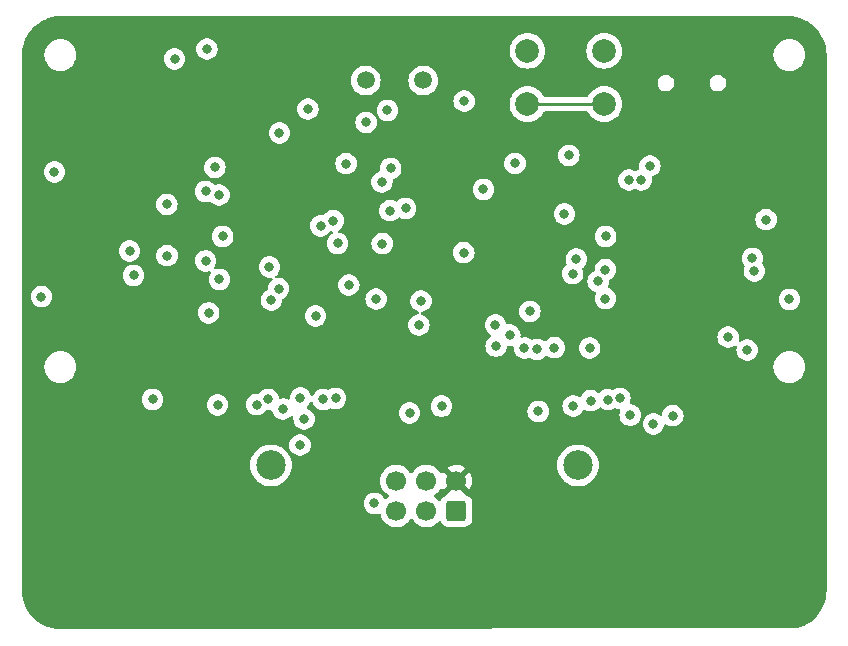
<source format=gbr>
%TF.GenerationSoftware,KiCad,Pcbnew,7.0.10*%
%TF.CreationDate,2024-03-10T15:03:06+01:00*%
%TF.ProjectId,dmg-gbc-cartridge-reader,646d672d-6762-4632-9d63-617274726964,rev?*%
%TF.SameCoordinates,Original*%
%TF.FileFunction,Copper,L2,Inr*%
%TF.FilePolarity,Positive*%
%FSLAX46Y46*%
G04 Gerber Fmt 4.6, Leading zero omitted, Abs format (unit mm)*
G04 Created by KiCad (PCBNEW 7.0.10) date 2024-03-10 15:03:06*
%MOMM*%
%LPD*%
G01*
G04 APERTURE LIST*
G04 Aperture macros list*
%AMRoundRect*
0 Rectangle with rounded corners*
0 $1 Rounding radius*
0 $2 $3 $4 $5 $6 $7 $8 $9 X,Y pos of 4 corners*
0 Add a 4 corners polygon primitive as box body*
4,1,4,$2,$3,$4,$5,$6,$7,$8,$9,$2,$3,0*
0 Add four circle primitives for the rounded corners*
1,1,$1+$1,$2,$3*
1,1,$1+$1,$4,$5*
1,1,$1+$1,$6,$7*
1,1,$1+$1,$8,$9*
0 Add four rect primitives between the rounded corners*
20,1,$1+$1,$2,$3,$4,$5,0*
20,1,$1+$1,$4,$5,$6,$7,0*
20,1,$1+$1,$6,$7,$8,$9,0*
20,1,$1+$1,$8,$9,$2,$3,0*%
G04 Aperture macros list end*
%TA.AperFunction,ComponentPad*%
%ADD10C,2.000000*%
%TD*%
%TA.AperFunction,WasherPad*%
%ADD11C,2.500000*%
%TD*%
%TA.AperFunction,ComponentPad*%
%ADD12C,1.500000*%
%TD*%
%TA.AperFunction,ComponentPad*%
%ADD13RoundRect,0.250000X0.600000X-0.600000X0.600000X0.600000X-0.600000X0.600000X-0.600000X-0.600000X0*%
%TD*%
%TA.AperFunction,ComponentPad*%
%ADD14C,1.700000*%
%TD*%
%TA.AperFunction,ViaPad*%
%ADD15C,0.800000*%
%TD*%
%TA.AperFunction,Conductor*%
%ADD16C,0.250000*%
%TD*%
G04 APERTURE END LIST*
D10*
%TO.N,~{RESET}*%
%TO.C,SW1*%
X89356000Y-58384000D03*
X82856000Y-58384000D03*
%TO.N,GND*%
X89356000Y-53884000D03*
X82856000Y-53884000D03*
%TD*%
D11*
%TO.N,*%
%TO.C,U1*%
X61134000Y-88976000D03*
X87134000Y-88976000D03*
%TD*%
D12*
%TO.N,Net-(U2-XTAL2)*%
%TO.C,Y1*%
X74041000Y-56393900D03*
%TO.N,Net-(U2-XTAL1)*%
X69161000Y-56393900D03*
%TD*%
D13*
%TO.N,MISO*%
%TO.C,J2*%
X76835000Y-92837000D03*
D14*
%TO.N,+5V*%
X76835000Y-90297000D03*
%TO.N,SCK*%
X74295000Y-92837000D03*
%TO.N,MOSI*%
X74295000Y-90297000D03*
%TO.N,~{RESET}*%
X71755000Y-92837000D03*
%TO.N,GND*%
X71755000Y-90297000D03*
%TD*%
D15*
%TO.N,GND*%
X56388000Y-63754000D03*
X105029000Y-74930000D03*
X83058000Y-75946000D03*
X73660000Y-77089000D03*
X77495100Y-58140900D03*
X85979000Y-67691000D03*
X67495500Y-63424900D03*
X51110700Y-83400300D03*
X42799000Y-64135000D03*
X86360000Y-62738000D03*
X93218000Y-63627000D03*
X64262000Y-58801000D03*
X80137000Y-77089000D03*
X61849000Y-60833000D03*
%TO.N,+5V*%
X79133400Y-71509800D03*
X82928500Y-61597500D03*
X61214000Y-63754000D03*
X68834000Y-77089000D03*
X49343600Y-53690800D03*
X106807000Y-64135000D03*
X87757000Y-75946000D03*
X77188000Y-60765200D03*
X79066400Y-75061700D03*
X46228000Y-62484000D03*
X98044000Y-63627000D03*
X41102100Y-68083100D03*
%TO.N,A0*%
X52314500Y-66875200D03*
X89677800Y-83404700D03*
%TO.N,A7*%
X63634000Y-83278700D03*
X65337200Y-68700700D03*
%TO.N,A6*%
X66780200Y-70184500D03*
X80200800Y-78893600D03*
%TO.N,A5*%
X67722100Y-73708300D03*
X82593800Y-79052900D03*
%TO.N,A4*%
X83664100Y-79168200D03*
X64916600Y-76332200D03*
%TO.N,A3*%
X85115100Y-79022800D03*
X55863900Y-76062600D03*
%TO.N,A2*%
X86726800Y-83952300D03*
X55604800Y-71662900D03*
%TO.N,A1*%
X88204800Y-83501900D03*
X52334300Y-71225700D03*
%TO.N,A14*%
X93518100Y-85482300D03*
X101904900Y-71457300D03*
%TO.N,A13*%
X95154000Y-84771000D03*
X102063300Y-72515600D03*
%TO.N,A12*%
X91558900Y-84732000D03*
X101456300Y-79208700D03*
%TO.N,A11*%
X75580900Y-83972500D03*
X81350600Y-77944200D03*
%TO.N,A10*%
X83769700Y-84399700D03*
X86987800Y-71520300D03*
%TO.N,A9*%
X89455200Y-74869900D03*
X88119400Y-79036900D03*
%TO.N,D7*%
X56620600Y-83859800D03*
X61002900Y-72178200D03*
%TO.N,D6*%
X63939500Y-85051200D03*
X66407000Y-68267800D03*
%TO.N,D2*%
X88831700Y-73406000D03*
X70528400Y-64985500D03*
X59934800Y-83848500D03*
X56777100Y-73230700D03*
%TO.N,D5*%
X62141900Y-84213800D03*
X71272700Y-63835800D03*
X61783200Y-74026300D03*
%TO.N,D1*%
X89478300Y-69596000D03*
X57046600Y-69596000D03*
X65571200Y-83385900D03*
X71209500Y-67418000D03*
X69195200Y-59945700D03*
%TO.N,D0*%
X56743600Y-66098100D03*
X91450400Y-64813400D03*
X72529800Y-67218300D03*
X70996400Y-58933700D03*
X66612500Y-83298000D03*
%TO.N,D4*%
X63598100Y-87265800D03*
X61169500Y-74990100D03*
X60902500Y-83401400D03*
%TO.N,MOSI*%
X77455900Y-70978600D03*
%TO.N,SCK*%
X79130500Y-65608000D03*
%TO.N,MISO*%
X81800900Y-63406700D03*
%TO.N,~{RESET}*%
X103055400Y-68167000D03*
X55602900Y-65786000D03*
X92477700Y-64812300D03*
%TO.N,WR*%
X72869900Y-84545600D03*
X70559400Y-70215800D03*
X69894600Y-92206900D03*
%TO.N,SRAM*%
X90678200Y-83312700D03*
X49161700Y-70839100D03*
X86680500Y-72745900D03*
%TO.N,Net-(D2-A)*%
X41702300Y-74689400D03*
X52970900Y-54563600D03*
%TO.N,Net-(D3-A)*%
X55713500Y-53733200D03*
X49500900Y-72891100D03*
%TO.N,CPH*%
X89444800Y-72409600D03*
X99845200Y-78123800D03*
%TO.N,CPL*%
X73843100Y-75059400D03*
X70042300Y-74887300D03*
%TD*%
D16*
%TO.N,~{RESET}*%
X82856000Y-58384000D02*
X89356000Y-58384000D01*
%TD*%
%TA.AperFunction,Conductor*%
%TO.N,+5V*%
G36*
X76375507Y-90506844D02*
G01*
X76453239Y-90627798D01*
X76561900Y-90721952D01*
X76692685Y-90781680D01*
X76702466Y-90783086D01*
X76066251Y-91419299D01*
X76058070Y-91460004D01*
X76009454Y-91510186D01*
X75987315Y-91520015D01*
X75912262Y-91544885D01*
X75912259Y-91544886D01*
X75761346Y-91637971D01*
X75635971Y-91763346D01*
X75542886Y-91914259D01*
X75542882Y-91914268D01*
X75542749Y-91914672D01*
X75542582Y-91914912D01*
X75539835Y-91920805D01*
X75538827Y-91920335D01*
X75502972Y-91972114D01*
X75438454Y-91998932D01*
X75369680Y-91986612D01*
X75333817Y-91959643D01*
X75218240Y-91834094D01*
X75218237Y-91834092D01*
X75218238Y-91834092D01*
X75040577Y-91695812D01*
X75040578Y-91695812D01*
X75040576Y-91695811D01*
X75004070Y-91676055D01*
X74954479Y-91626836D01*
X74939371Y-91558619D01*
X74963541Y-91493064D01*
X75004070Y-91457945D01*
X75004084Y-91457936D01*
X75040576Y-91438189D01*
X75218240Y-91299906D01*
X75370722Y-91134268D01*
X75464749Y-90990347D01*
X75517894Y-90944994D01*
X75587125Y-90935570D01*
X75650461Y-90965072D01*
X75670131Y-90987049D01*
X75720072Y-91058373D01*
X75720073Y-91058373D01*
X76351923Y-90426523D01*
X76375507Y-90506844D01*
G37*
%TD.AperFunction*%
%TA.AperFunction,Conductor*%
G36*
X104905243Y-50952669D02*
G01*
X105238001Y-50970109D01*
X105250909Y-50971466D01*
X105576805Y-51023082D01*
X105589488Y-51025777D01*
X105908224Y-51111182D01*
X105920562Y-51115192D01*
X106228609Y-51233440D01*
X106240451Y-51238712D01*
X106534468Y-51388522D01*
X106545703Y-51395009D01*
X106822424Y-51574714D01*
X106832925Y-51582343D01*
X107089359Y-51789999D01*
X107099004Y-51798684D01*
X107332315Y-52031995D01*
X107341000Y-52041640D01*
X107548656Y-52298074D01*
X107556285Y-52308575D01*
X107735990Y-52585296D01*
X107742480Y-52596536D01*
X107878967Y-52864406D01*
X107892282Y-52890537D01*
X107897561Y-52902395D01*
X108015807Y-53210438D01*
X108019818Y-53222781D01*
X108105220Y-53541505D01*
X108107918Y-53554201D01*
X108159533Y-53880090D01*
X108160890Y-53892998D01*
X108178330Y-54225756D01*
X108178500Y-54232246D01*
X108178500Y-99564753D01*
X108178330Y-99571243D01*
X108160890Y-99904001D01*
X108159533Y-99916909D01*
X108107918Y-100242798D01*
X108105220Y-100255494D01*
X108019818Y-100574218D01*
X108015807Y-100586561D01*
X107897561Y-100894604D01*
X107892282Y-100906462D01*
X107742480Y-101200463D01*
X107735990Y-101211703D01*
X107556285Y-101488424D01*
X107548656Y-101498925D01*
X107341000Y-101755359D01*
X107332315Y-101765004D01*
X107099004Y-101998315D01*
X107089359Y-102007000D01*
X106832925Y-102214656D01*
X106822424Y-102222285D01*
X106545703Y-102401990D01*
X106534463Y-102408480D01*
X106240462Y-102558282D01*
X106228604Y-102563561D01*
X105920561Y-102681807D01*
X105908218Y-102685818D01*
X105692910Y-102743510D01*
X105661047Y-102747735D01*
X53698315Y-102844500D01*
X43310246Y-102844500D01*
X43303756Y-102844330D01*
X42970998Y-102826890D01*
X42958090Y-102825533D01*
X42632201Y-102773918D01*
X42619505Y-102771220D01*
X42300781Y-102685818D01*
X42288438Y-102681807D01*
X41980395Y-102563561D01*
X41968537Y-102558282D01*
X41674536Y-102408480D01*
X41663296Y-102401990D01*
X41386575Y-102222285D01*
X41376074Y-102214656D01*
X41119640Y-102007000D01*
X41109995Y-101998315D01*
X40876684Y-101765004D01*
X40867999Y-101755359D01*
X40660343Y-101498925D01*
X40652714Y-101488424D01*
X40473009Y-101211703D01*
X40466519Y-101200463D01*
X40405510Y-101080726D01*
X40316712Y-100906451D01*
X40311438Y-100894604D01*
X40193192Y-100586561D01*
X40189181Y-100574218D01*
X40103779Y-100255494D01*
X40101081Y-100242798D01*
X40049466Y-99916909D01*
X40048109Y-99904001D01*
X40030670Y-99571243D01*
X40030500Y-99564753D01*
X40030500Y-92206900D01*
X68981096Y-92206900D01*
X69001058Y-92396828D01*
X69001059Y-92396831D01*
X69060070Y-92578449D01*
X69060073Y-92578456D01*
X69155560Y-92743844D01*
X69283347Y-92885766D01*
X69437848Y-92998018D01*
X69612312Y-93075694D01*
X69799113Y-93115400D01*
X69990087Y-93115400D01*
X70176888Y-93075694D01*
X70255533Y-93040678D01*
X70324782Y-93031394D01*
X70388059Y-93061022D01*
X70425272Y-93120157D01*
X70426174Y-93123517D01*
X70465704Y-93279615D01*
X70556140Y-93485792D01*
X70679276Y-93674265D01*
X70679284Y-93674276D01*
X70831756Y-93839902D01*
X70831760Y-93839906D01*
X71009424Y-93978189D01*
X71009425Y-93978189D01*
X71009427Y-93978191D01*
X71116301Y-94036028D01*
X71207426Y-94085342D01*
X71420365Y-94158444D01*
X71642431Y-94195500D01*
X71867569Y-94195500D01*
X72089635Y-94158444D01*
X72302574Y-94085342D01*
X72500576Y-93978189D01*
X72678240Y-93839906D01*
X72793817Y-93714357D01*
X72830715Y-93674276D01*
X72830715Y-93674275D01*
X72830722Y-93674268D01*
X72921193Y-93535790D01*
X72974338Y-93490437D01*
X73043569Y-93481013D01*
X73106905Y-93510515D01*
X73128804Y-93535787D01*
X73219278Y-93674268D01*
X73219283Y-93674273D01*
X73219284Y-93674276D01*
X73371756Y-93839902D01*
X73371760Y-93839906D01*
X73549424Y-93978189D01*
X73549425Y-93978189D01*
X73549427Y-93978191D01*
X73656301Y-94036028D01*
X73747426Y-94085342D01*
X73960365Y-94158444D01*
X74182431Y-94195500D01*
X74407569Y-94195500D01*
X74629635Y-94158444D01*
X74842574Y-94085342D01*
X75040576Y-93978189D01*
X75218240Y-93839906D01*
X75333818Y-93714355D01*
X75393704Y-93678366D01*
X75463542Y-93680467D01*
X75521158Y-93719991D01*
X75539474Y-93753362D01*
X75539835Y-93753195D01*
X75542389Y-93758672D01*
X75542749Y-93759329D01*
X75542885Y-93759738D01*
X75635970Y-93910652D01*
X75761348Y-94036030D01*
X75912262Y-94129115D01*
X76080574Y-94184887D01*
X76184455Y-94195500D01*
X77485544Y-94195499D01*
X77589426Y-94184887D01*
X77757738Y-94129115D01*
X77908652Y-94036030D01*
X78034030Y-93910652D01*
X78127115Y-93759738D01*
X78182887Y-93591426D01*
X78193500Y-93487545D01*
X78193499Y-92186456D01*
X78182887Y-92082574D01*
X78127115Y-91914262D01*
X78034030Y-91763348D01*
X77908652Y-91637970D01*
X77757738Y-91544885D01*
X77682684Y-91520015D01*
X77625239Y-91480242D01*
X77598416Y-91415727D01*
X77598397Y-91413949D01*
X76967533Y-90783086D01*
X76977315Y-90781680D01*
X77108100Y-90721952D01*
X77216761Y-90627798D01*
X77294493Y-90506844D01*
X77318076Y-90426524D01*
X77949925Y-91058373D01*
X77949926Y-91058373D01*
X78008598Y-90974582D01*
X78008600Y-90974578D01*
X78108429Y-90760492D01*
X78108433Y-90760483D01*
X78169567Y-90532326D01*
X78169569Y-90532315D01*
X78190157Y-90297001D01*
X78190157Y-90296998D01*
X78169569Y-90061684D01*
X78169567Y-90061673D01*
X78108433Y-89833516D01*
X78108429Y-89833507D01*
X78008600Y-89619423D01*
X78008599Y-89619421D01*
X77949925Y-89535626D01*
X77949925Y-89535625D01*
X77318076Y-90167475D01*
X77294493Y-90087156D01*
X77216761Y-89966202D01*
X77108100Y-89872048D01*
X76977315Y-89812320D01*
X76967533Y-89810913D01*
X77596373Y-89182073D01*
X77596373Y-89182072D01*
X77512583Y-89123402D01*
X77512579Y-89123400D01*
X77298492Y-89023570D01*
X77298483Y-89023566D01*
X77120978Y-88976004D01*
X85370569Y-88976004D01*
X85390264Y-89238823D01*
X85448910Y-89495768D01*
X85448913Y-89495780D01*
X85545204Y-89741124D01*
X85676985Y-89969376D01*
X85809712Y-90135810D01*
X85841317Y-90175442D01*
X85954733Y-90280676D01*
X86034519Y-90354706D01*
X86252285Y-90503176D01*
X86489746Y-90617532D01*
X86741600Y-90695218D01*
X86741601Y-90695218D01*
X86741604Y-90695219D01*
X87002211Y-90734499D01*
X87002216Y-90734499D01*
X87002219Y-90734500D01*
X87002220Y-90734500D01*
X87265780Y-90734500D01*
X87265781Y-90734500D01*
X87349032Y-90721952D01*
X87526395Y-90695219D01*
X87526396Y-90695218D01*
X87526400Y-90695218D01*
X87778254Y-90617532D01*
X88015716Y-90503176D01*
X88233481Y-90354706D01*
X88426686Y-90175438D01*
X88591015Y-89969376D01*
X88722796Y-89741124D01*
X88819087Y-89495780D01*
X88877735Y-89238826D01*
X88893866Y-89023570D01*
X88897431Y-88976004D01*
X88897431Y-88975995D01*
X88877735Y-88713176D01*
X88877735Y-88713174D01*
X88819087Y-88456220D01*
X88722796Y-88210876D01*
X88591015Y-87982624D01*
X88426686Y-87776562D01*
X88426685Y-87776561D01*
X88426682Y-87776557D01*
X88233481Y-87597294D01*
X88233478Y-87597292D01*
X88015716Y-87448824D01*
X88015712Y-87448822D01*
X88015711Y-87448821D01*
X87884758Y-87385757D01*
X87778254Y-87334468D01*
X87778248Y-87334466D01*
X87778240Y-87334463D01*
X87526405Y-87256783D01*
X87526395Y-87256780D01*
X87265788Y-87217500D01*
X87265781Y-87217500D01*
X87002219Y-87217500D01*
X87002211Y-87217500D01*
X86741604Y-87256780D01*
X86741598Y-87256782D01*
X86489745Y-87334468D01*
X86252288Y-87448822D01*
X86252284Y-87448824D01*
X86034521Y-87597292D01*
X85841317Y-87776557D01*
X85676985Y-87982624D01*
X85545204Y-88210875D01*
X85448915Y-88456214D01*
X85448910Y-88456231D01*
X85390264Y-88713176D01*
X85370569Y-88975995D01*
X85370569Y-88976004D01*
X77120978Y-88976004D01*
X77070326Y-88962432D01*
X77070315Y-88962430D01*
X76835002Y-88941843D01*
X76834998Y-88941843D01*
X76599684Y-88962430D01*
X76599673Y-88962432D01*
X76371516Y-89023566D01*
X76371507Y-89023570D01*
X76157419Y-89123401D01*
X76073625Y-89182072D01*
X76702466Y-89810913D01*
X76692685Y-89812320D01*
X76561900Y-89872048D01*
X76453239Y-89966202D01*
X76375507Y-90087156D01*
X76351923Y-90167476D01*
X75720072Y-89535625D01*
X75720072Y-89535626D01*
X75670131Y-89606950D01*
X75615555Y-89650575D01*
X75546056Y-89657769D01*
X75483701Y-89626246D01*
X75464748Y-89603649D01*
X75408292Y-89517237D01*
X75370722Y-89459732D01*
X75370719Y-89459729D01*
X75370715Y-89459723D01*
X75218243Y-89294097D01*
X75218238Y-89294092D01*
X75040577Y-89155812D01*
X75040572Y-89155808D01*
X74842580Y-89048661D01*
X74842577Y-89048659D01*
X74842574Y-89048658D01*
X74842571Y-89048657D01*
X74842569Y-89048656D01*
X74629637Y-88975556D01*
X74407569Y-88938500D01*
X74182431Y-88938500D01*
X73960362Y-88975556D01*
X73747430Y-89048656D01*
X73747419Y-89048661D01*
X73549427Y-89155808D01*
X73549422Y-89155812D01*
X73371761Y-89294092D01*
X73371756Y-89294097D01*
X73219284Y-89459723D01*
X73219276Y-89459734D01*
X73128808Y-89598206D01*
X73075662Y-89643562D01*
X73006431Y-89652986D01*
X72943095Y-89623484D01*
X72921192Y-89598206D01*
X72863286Y-89509576D01*
X72830722Y-89459732D01*
X72830719Y-89459729D01*
X72830715Y-89459723D01*
X72678243Y-89294097D01*
X72678238Y-89294092D01*
X72500577Y-89155812D01*
X72500572Y-89155808D01*
X72302580Y-89048661D01*
X72302577Y-89048659D01*
X72302574Y-89048658D01*
X72302571Y-89048657D01*
X72302569Y-89048656D01*
X72089637Y-88975556D01*
X71867569Y-88938500D01*
X71642431Y-88938500D01*
X71420362Y-88975556D01*
X71207430Y-89048656D01*
X71207419Y-89048661D01*
X71009427Y-89155808D01*
X71009422Y-89155812D01*
X70831761Y-89294092D01*
X70831756Y-89294097D01*
X70679284Y-89459723D01*
X70679276Y-89459734D01*
X70556140Y-89648207D01*
X70465703Y-89854385D01*
X70410436Y-90072628D01*
X70410434Y-90072640D01*
X70391844Y-90296994D01*
X70391844Y-90297005D01*
X70410434Y-90521359D01*
X70410436Y-90521371D01*
X70465703Y-90739614D01*
X70556140Y-90945792D01*
X70679276Y-91134265D01*
X70679284Y-91134276D01*
X70831756Y-91299902D01*
X70831761Y-91299907D01*
X70880839Y-91338106D01*
X71009424Y-91438189D01*
X71009429Y-91438191D01*
X71009431Y-91438193D01*
X71045930Y-91457946D01*
X71095520Y-91507165D01*
X71110628Y-91575382D01*
X71086457Y-91640937D01*
X71045930Y-91676054D01*
X71009431Y-91695806D01*
X71009422Y-91695812D01*
X70872809Y-91802143D01*
X70807815Y-91827786D01*
X70739275Y-91814220D01*
X70689259Y-91766290D01*
X70648566Y-91695809D01*
X70633640Y-91669956D01*
X70505853Y-91528034D01*
X70351352Y-91415782D01*
X70176888Y-91338106D01*
X70176886Y-91338105D01*
X69990087Y-91298400D01*
X69799113Y-91298400D01*
X69612314Y-91338105D01*
X69437846Y-91415783D01*
X69283345Y-91528035D01*
X69155559Y-91669957D01*
X69060073Y-91835343D01*
X69060070Y-91835350D01*
X69006659Y-91999734D01*
X69001058Y-92016972D01*
X68981096Y-92206900D01*
X40030500Y-92206900D01*
X40030500Y-88976004D01*
X59370569Y-88976004D01*
X59390264Y-89238823D01*
X59448910Y-89495768D01*
X59448913Y-89495780D01*
X59545204Y-89741124D01*
X59676985Y-89969376D01*
X59809712Y-90135810D01*
X59841317Y-90175442D01*
X59954733Y-90280676D01*
X60034519Y-90354706D01*
X60252285Y-90503176D01*
X60489746Y-90617532D01*
X60741600Y-90695218D01*
X60741601Y-90695218D01*
X60741604Y-90695219D01*
X61002211Y-90734499D01*
X61002216Y-90734499D01*
X61002219Y-90734500D01*
X61002220Y-90734500D01*
X61265780Y-90734500D01*
X61265781Y-90734500D01*
X61349032Y-90721952D01*
X61526395Y-90695219D01*
X61526396Y-90695218D01*
X61526400Y-90695218D01*
X61778254Y-90617532D01*
X62015716Y-90503176D01*
X62233481Y-90354706D01*
X62426686Y-90175438D01*
X62591015Y-89969376D01*
X62722796Y-89741124D01*
X62819087Y-89495780D01*
X62877735Y-89238826D01*
X62893866Y-89023570D01*
X62897431Y-88976004D01*
X62897431Y-88975995D01*
X62877735Y-88713176D01*
X62877735Y-88713174D01*
X62819087Y-88456220D01*
X62722796Y-88210876D01*
X62591015Y-87982624D01*
X62426686Y-87776562D01*
X62426685Y-87776561D01*
X62426682Y-87776557D01*
X62233481Y-87597294D01*
X62233478Y-87597292D01*
X62015716Y-87448824D01*
X62015712Y-87448822D01*
X62015711Y-87448821D01*
X61884758Y-87385757D01*
X61778254Y-87334468D01*
X61778248Y-87334466D01*
X61778240Y-87334463D01*
X61555638Y-87265800D01*
X62684596Y-87265800D01*
X62704558Y-87455728D01*
X62704559Y-87455731D01*
X62763570Y-87637349D01*
X62763573Y-87637356D01*
X62859060Y-87802744D01*
X62986847Y-87944666D01*
X63141348Y-88056918D01*
X63315812Y-88134594D01*
X63502613Y-88174300D01*
X63693587Y-88174300D01*
X63880388Y-88134594D01*
X64054852Y-88056918D01*
X64209353Y-87944666D01*
X64337140Y-87802744D01*
X64432627Y-87637356D01*
X64491642Y-87455728D01*
X64511604Y-87265800D01*
X64491642Y-87075872D01*
X64432627Y-86894244D01*
X64337140Y-86728856D01*
X64209353Y-86586934D01*
X64054852Y-86474682D01*
X63880388Y-86397006D01*
X63880386Y-86397005D01*
X63693587Y-86357300D01*
X63502613Y-86357300D01*
X63315814Y-86397005D01*
X63141346Y-86474683D01*
X62986845Y-86586935D01*
X62859059Y-86728857D01*
X62763573Y-86894243D01*
X62763570Y-86894250D01*
X62704559Y-87075868D01*
X62704558Y-87075872D01*
X62684596Y-87265800D01*
X61555638Y-87265800D01*
X61526405Y-87256783D01*
X61526395Y-87256780D01*
X61265788Y-87217500D01*
X61265781Y-87217500D01*
X61002219Y-87217500D01*
X61002211Y-87217500D01*
X60741604Y-87256780D01*
X60741598Y-87256782D01*
X60489745Y-87334468D01*
X60252288Y-87448822D01*
X60252284Y-87448824D01*
X60034521Y-87597292D01*
X59841317Y-87776557D01*
X59676985Y-87982624D01*
X59545204Y-88210875D01*
X59448915Y-88456214D01*
X59448910Y-88456231D01*
X59390264Y-88713176D01*
X59370569Y-88975995D01*
X59370569Y-88976004D01*
X40030500Y-88976004D01*
X40030500Y-83400300D01*
X50197196Y-83400300D01*
X50217158Y-83590228D01*
X50217159Y-83590231D01*
X50276170Y-83771849D01*
X50276173Y-83771856D01*
X50371660Y-83937244D01*
X50499447Y-84079166D01*
X50653948Y-84191418D01*
X50828412Y-84269094D01*
X51015213Y-84308800D01*
X51206187Y-84308800D01*
X51392988Y-84269094D01*
X51567452Y-84191418D01*
X51721953Y-84079166D01*
X51849740Y-83937244D01*
X51894452Y-83859800D01*
X55707096Y-83859800D01*
X55727058Y-84049728D01*
X55727059Y-84049731D01*
X55786070Y-84231349D01*
X55786073Y-84231356D01*
X55881560Y-84396744D01*
X56009347Y-84538666D01*
X56163848Y-84650918D01*
X56338312Y-84728594D01*
X56525113Y-84768300D01*
X56716087Y-84768300D01*
X56902888Y-84728594D01*
X57077352Y-84650918D01*
X57231853Y-84538666D01*
X57359640Y-84396744D01*
X57455127Y-84231356D01*
X57514142Y-84049728D01*
X57534104Y-83859800D01*
X57532916Y-83848500D01*
X59021296Y-83848500D01*
X59041258Y-84038428D01*
X59041259Y-84038431D01*
X59100270Y-84220049D01*
X59100273Y-84220056D01*
X59195760Y-84385444D01*
X59323547Y-84527366D01*
X59478048Y-84639618D01*
X59652512Y-84717294D01*
X59839313Y-84757000D01*
X60030287Y-84757000D01*
X60217088Y-84717294D01*
X60391552Y-84639618D01*
X60546053Y-84527366D01*
X60651370Y-84410400D01*
X60673836Y-84385449D01*
X60673836Y-84385447D01*
X60673840Y-84385444D01*
X60682315Y-84370763D01*
X60732879Y-84322549D01*
X60801485Y-84309324D01*
X60802670Y-84309443D01*
X60807010Y-84309899D01*
X60807013Y-84309900D01*
X60807016Y-84309900D01*
X60997987Y-84309900D01*
X61098534Y-84288528D01*
X61168201Y-84293844D01*
X61223935Y-84335981D01*
X61247635Y-84396852D01*
X61248357Y-84403722D01*
X61248359Y-84403732D01*
X61307370Y-84585349D01*
X61307373Y-84585356D01*
X61402860Y-84750744D01*
X61530647Y-84892666D01*
X61685148Y-85004918D01*
X61859612Y-85082594D01*
X62046413Y-85122300D01*
X62237387Y-85122300D01*
X62424188Y-85082594D01*
X62598652Y-85004918D01*
X62753153Y-84892666D01*
X62825557Y-84812252D01*
X62885042Y-84775605D01*
X62954899Y-84776934D01*
X63012947Y-84815820D01*
X63040757Y-84879917D01*
X63041027Y-84908186D01*
X63030860Y-85004918D01*
X63025996Y-85051200D01*
X63045958Y-85241128D01*
X63045959Y-85241131D01*
X63104970Y-85422749D01*
X63104973Y-85422756D01*
X63200460Y-85588144D01*
X63328247Y-85730066D01*
X63482748Y-85842318D01*
X63657212Y-85919994D01*
X63844013Y-85959700D01*
X64034987Y-85959700D01*
X64221788Y-85919994D01*
X64396252Y-85842318D01*
X64550753Y-85730066D01*
X64678540Y-85588144D01*
X64774027Y-85422756D01*
X64833042Y-85241128D01*
X64853004Y-85051200D01*
X64833042Y-84861272D01*
X64774027Y-84679644D01*
X64696637Y-84545600D01*
X71956396Y-84545600D01*
X71976358Y-84735528D01*
X71976359Y-84735531D01*
X72035370Y-84917149D01*
X72035373Y-84917156D01*
X72130860Y-85082544D01*
X72258647Y-85224466D01*
X72413148Y-85336718D01*
X72587612Y-85414394D01*
X72774413Y-85454100D01*
X72965387Y-85454100D01*
X73152188Y-85414394D01*
X73326652Y-85336718D01*
X73481153Y-85224466D01*
X73608940Y-85082544D01*
X73704427Y-84917156D01*
X73763442Y-84735528D01*
X73783404Y-84545600D01*
X73763442Y-84355672D01*
X73706611Y-84180766D01*
X73704429Y-84174050D01*
X73704428Y-84174049D01*
X73704427Y-84174044D01*
X73608940Y-84008656D01*
X73576385Y-83972500D01*
X74667396Y-83972500D01*
X74687358Y-84162428D01*
X74687359Y-84162431D01*
X74746370Y-84344049D01*
X74746373Y-84344056D01*
X74841860Y-84509444D01*
X74914058Y-84589628D01*
X74969243Y-84650918D01*
X74969647Y-84651366D01*
X75124148Y-84763618D01*
X75298612Y-84841294D01*
X75485413Y-84881000D01*
X75676387Y-84881000D01*
X75863188Y-84841294D01*
X76037652Y-84763618D01*
X76192153Y-84651366D01*
X76319940Y-84509444D01*
X76383301Y-84399700D01*
X82856196Y-84399700D01*
X82876158Y-84589628D01*
X82876159Y-84589631D01*
X82935170Y-84771249D01*
X82935173Y-84771256D01*
X83030660Y-84936644D01*
X83158447Y-85078566D01*
X83312948Y-85190818D01*
X83487412Y-85268494D01*
X83674213Y-85308200D01*
X83865187Y-85308200D01*
X84051988Y-85268494D01*
X84226452Y-85190818D01*
X84380953Y-85078566D01*
X84508740Y-84936644D01*
X84604227Y-84771256D01*
X84663242Y-84589628D01*
X84683204Y-84399700D01*
X84663242Y-84209772D01*
X84604227Y-84028144D01*
X84560438Y-83952300D01*
X85813296Y-83952300D01*
X85833258Y-84142228D01*
X85833259Y-84142231D01*
X85892270Y-84323849D01*
X85892273Y-84323856D01*
X85987760Y-84489244D01*
X86115547Y-84631166D01*
X86270048Y-84743418D01*
X86444512Y-84821094D01*
X86631313Y-84860800D01*
X86822287Y-84860800D01*
X87009088Y-84821094D01*
X87183552Y-84743418D01*
X87338053Y-84631166D01*
X87465840Y-84489244D01*
X87560192Y-84325820D01*
X87610755Y-84277609D01*
X87679362Y-84264385D01*
X87740462Y-84287506D01*
X87748048Y-84293018D01*
X87922512Y-84370694D01*
X88109313Y-84410400D01*
X88300287Y-84410400D01*
X88487088Y-84370694D01*
X88661552Y-84293018D01*
X88816053Y-84180766D01*
X88893570Y-84094674D01*
X88953055Y-84058026D01*
X89022912Y-84059356D01*
X89060508Y-84080821D01*
X89061290Y-84079746D01*
X89066545Y-84083564D01*
X89066547Y-84083566D01*
X89221048Y-84195818D01*
X89395512Y-84273494D01*
X89582313Y-84313200D01*
X89773287Y-84313200D01*
X89960088Y-84273494D01*
X90134552Y-84195818D01*
X90188163Y-84156866D01*
X90253967Y-84133386D01*
X90311483Y-84143904D01*
X90395912Y-84181494D01*
X90582713Y-84221200D01*
X90598944Y-84221200D01*
X90665983Y-84240885D01*
X90711738Y-84293689D01*
X90721682Y-84362847D01*
X90716875Y-84383518D01*
X90665359Y-84542068D01*
X90665358Y-84542072D01*
X90645396Y-84732000D01*
X90665358Y-84921928D01*
X90665359Y-84921931D01*
X90724370Y-85103549D01*
X90724373Y-85103556D01*
X90819860Y-85268944D01*
X90947647Y-85410866D01*
X91102148Y-85523118D01*
X91276612Y-85600794D01*
X91463413Y-85640500D01*
X91654387Y-85640500D01*
X91841188Y-85600794D01*
X92015652Y-85523118D01*
X92071833Y-85482300D01*
X92604596Y-85482300D01*
X92624558Y-85672228D01*
X92624559Y-85672231D01*
X92683570Y-85853849D01*
X92683573Y-85853856D01*
X92779060Y-86019244D01*
X92906847Y-86161166D01*
X93061348Y-86273418D01*
X93235812Y-86351094D01*
X93422613Y-86390800D01*
X93613587Y-86390800D01*
X93800388Y-86351094D01*
X93974852Y-86273418D01*
X94129353Y-86161166D01*
X94257140Y-86019244D01*
X94352627Y-85853856D01*
X94411642Y-85672228D01*
X94420206Y-85590740D01*
X94446789Y-85526130D01*
X94504086Y-85486144D01*
X94573905Y-85483484D01*
X94616411Y-85503387D01*
X94697243Y-85562115D01*
X94697245Y-85562116D01*
X94697248Y-85562118D01*
X94871712Y-85639794D01*
X95058513Y-85679500D01*
X95249487Y-85679500D01*
X95436288Y-85639794D01*
X95610752Y-85562118D01*
X95765253Y-85449866D01*
X95893040Y-85307944D01*
X95988527Y-85142556D01*
X96047542Y-84960928D01*
X96067504Y-84771000D01*
X96047542Y-84581072D01*
X95988527Y-84399444D01*
X95893040Y-84234056D01*
X95765253Y-84092134D01*
X95610752Y-83979882D01*
X95436288Y-83902206D01*
X95436286Y-83902205D01*
X95249487Y-83862500D01*
X95058513Y-83862500D01*
X94871714Y-83902205D01*
X94825358Y-83922844D01*
X94713829Y-83972500D01*
X94697246Y-83979883D01*
X94542745Y-84092135D01*
X94414959Y-84234057D01*
X94319473Y-84399443D01*
X94319470Y-84399450D01*
X94262821Y-84573800D01*
X94260458Y-84581072D01*
X94255193Y-84631166D01*
X94251894Y-84662556D01*
X94225309Y-84727171D01*
X94168011Y-84767155D01*
X94098192Y-84769815D01*
X94055688Y-84749912D01*
X93974856Y-84691184D01*
X93974852Y-84691182D01*
X93800388Y-84613506D01*
X93800386Y-84613505D01*
X93613587Y-84573800D01*
X93422613Y-84573800D01*
X93235814Y-84613505D01*
X93235812Y-84613506D01*
X93087250Y-84679650D01*
X93061346Y-84691183D01*
X92906845Y-84803435D01*
X92779059Y-84945357D01*
X92683573Y-85110743D01*
X92683570Y-85110750D01*
X92646622Y-85224466D01*
X92624558Y-85292372D01*
X92604596Y-85482300D01*
X92071833Y-85482300D01*
X92170153Y-85410866D01*
X92297940Y-85268944D01*
X92393427Y-85103556D01*
X92452442Y-84921928D01*
X92472404Y-84732000D01*
X92452442Y-84542072D01*
X92393427Y-84360444D01*
X92297940Y-84195056D01*
X92182881Y-84067270D01*
X92170154Y-84053135D01*
X92150485Y-84038844D01*
X92015652Y-83940882D01*
X91841188Y-83863206D01*
X91841186Y-83863205D01*
X91654387Y-83823500D01*
X91638156Y-83823500D01*
X91571117Y-83803815D01*
X91525362Y-83751011D01*
X91515418Y-83681853D01*
X91520225Y-83661182D01*
X91543279Y-83590228D01*
X91571742Y-83502628D01*
X91591704Y-83312700D01*
X91571742Y-83122772D01*
X91512727Y-82941144D01*
X91417240Y-82775756D01*
X91289453Y-82633834D01*
X91134952Y-82521582D01*
X90960488Y-82443906D01*
X90960486Y-82443905D01*
X90773687Y-82404200D01*
X90582713Y-82404200D01*
X90395914Y-82443905D01*
X90221450Y-82521580D01*
X90167835Y-82560534D01*
X90102028Y-82584013D01*
X90044515Y-82573495D01*
X89960087Y-82535905D01*
X89773287Y-82496200D01*
X89582313Y-82496200D01*
X89395514Y-82535905D01*
X89395512Y-82535906D01*
X89230929Y-82609183D01*
X89221046Y-82613583D01*
X89066544Y-82725836D01*
X88989029Y-82811925D01*
X88929542Y-82848573D01*
X88859685Y-82847242D01*
X88822091Y-82825778D01*
X88821310Y-82826854D01*
X88816054Y-82823035D01*
X88816053Y-82823034D01*
X88661552Y-82710782D01*
X88487088Y-82633106D01*
X88487086Y-82633105D01*
X88300287Y-82593400D01*
X88109313Y-82593400D01*
X87922514Y-82633105D01*
X87748046Y-82710783D01*
X87593545Y-82823035D01*
X87465759Y-82964957D01*
X87428932Y-83028743D01*
X87385653Y-83103706D01*
X87371410Y-83128375D01*
X87320843Y-83176591D01*
X87252236Y-83189814D01*
X87191138Y-83166693D01*
X87183556Y-83161184D01*
X87114288Y-83130344D01*
X87009088Y-83083506D01*
X87009086Y-83083505D01*
X86822287Y-83043800D01*
X86631313Y-83043800D01*
X86444514Y-83083505D01*
X86270046Y-83161183D01*
X86115545Y-83273435D01*
X85987759Y-83415357D01*
X85892273Y-83580743D01*
X85892270Y-83580750D01*
X85834855Y-83757456D01*
X85833258Y-83762372D01*
X85813296Y-83952300D01*
X84560438Y-83952300D01*
X84508740Y-83862756D01*
X84380953Y-83720834D01*
X84226452Y-83608582D01*
X84051988Y-83530906D01*
X84051986Y-83530905D01*
X83865187Y-83491200D01*
X83674213Y-83491200D01*
X83487414Y-83530905D01*
X83487412Y-83530906D01*
X83330104Y-83600944D01*
X83312946Y-83608583D01*
X83158445Y-83720835D01*
X83030659Y-83862757D01*
X82935173Y-84028143D01*
X82935170Y-84028150D01*
X82876159Y-84209768D01*
X82876158Y-84209772D01*
X82856196Y-84399700D01*
X76383301Y-84399700D01*
X76415427Y-84344056D01*
X76474442Y-84162428D01*
X76494404Y-83972500D01*
X76474442Y-83782572D01*
X76415427Y-83600944D01*
X76319940Y-83435556D01*
X76192153Y-83293634D01*
X76037652Y-83181382D01*
X75863188Y-83103706D01*
X75863186Y-83103705D01*
X75676387Y-83064000D01*
X75485413Y-83064000D01*
X75298614Y-83103705D01*
X75124146Y-83181383D01*
X74969645Y-83293635D01*
X74841859Y-83435557D01*
X74746373Y-83600943D01*
X74746370Y-83600950D01*
X74693921Y-83762372D01*
X74687358Y-83782572D01*
X74667396Y-83972500D01*
X73576385Y-83972500D01*
X73481153Y-83866734D01*
X73326652Y-83754482D01*
X73152188Y-83676806D01*
X73152186Y-83676805D01*
X72965387Y-83637100D01*
X72774413Y-83637100D01*
X72587614Y-83676805D01*
X72413146Y-83754483D01*
X72258645Y-83866735D01*
X72130859Y-84008657D01*
X72035373Y-84174043D01*
X72035370Y-84174050D01*
X71980132Y-84344056D01*
X71976358Y-84355672D01*
X71956396Y-84545600D01*
X64696637Y-84545600D01*
X64678540Y-84514256D01*
X64550753Y-84372334D01*
X64396252Y-84260082D01*
X64240662Y-84190809D01*
X64187425Y-84145559D01*
X64167104Y-84078710D01*
X64186149Y-84011487D01*
X64218210Y-83977213D01*
X64245253Y-83957566D01*
X64373040Y-83815644D01*
X64468527Y-83650256D01*
X64468529Y-83650247D01*
X64471173Y-83644313D01*
X64473341Y-83645278D01*
X64506678Y-83596511D01*
X64571033Y-83569305D01*
X64639881Y-83581211D01*
X64691363Y-83628448D01*
X64703115Y-83654177D01*
X64736670Y-83757449D01*
X64736673Y-83757456D01*
X64832160Y-83922844D01*
X64923126Y-84023872D01*
X64949473Y-84053134D01*
X64959947Y-84064766D01*
X65114448Y-84177018D01*
X65288912Y-84254694D01*
X65475713Y-84294400D01*
X65666687Y-84294400D01*
X65853488Y-84254694D01*
X66027952Y-84177018D01*
X66093605Y-84129318D01*
X66159411Y-84105837D01*
X66216925Y-84116355D01*
X66330212Y-84166794D01*
X66517013Y-84206500D01*
X66707987Y-84206500D01*
X66894788Y-84166794D01*
X67069252Y-84089118D01*
X67223753Y-83976866D01*
X67351540Y-83834944D01*
X67447027Y-83669556D01*
X67506042Y-83487928D01*
X67526004Y-83298000D01*
X67506042Y-83108072D01*
X67447027Y-82926444D01*
X67351540Y-82761056D01*
X67223753Y-82619134D01*
X67069252Y-82506882D01*
X66894788Y-82429206D01*
X66894786Y-82429205D01*
X66707987Y-82389500D01*
X66517013Y-82389500D01*
X66330214Y-82429205D01*
X66155747Y-82506881D01*
X66090092Y-82554582D01*
X66024285Y-82578061D01*
X65966773Y-82567543D01*
X65885829Y-82531505D01*
X65853488Y-82517106D01*
X65853486Y-82517105D01*
X65666687Y-82477400D01*
X65475713Y-82477400D01*
X65288914Y-82517105D01*
X65114446Y-82594783D01*
X64959945Y-82707035D01*
X64832159Y-82848957D01*
X64736673Y-83014343D01*
X64734027Y-83020287D01*
X64731869Y-83019326D01*
X64698470Y-83068129D01*
X64634100Y-83095301D01*
X64565259Y-83083359D01*
X64513802Y-83036094D01*
X64502084Y-83010422D01*
X64495775Y-82991006D01*
X64479576Y-82941150D01*
X64468529Y-82907149D01*
X64468526Y-82907143D01*
X64445786Y-82867756D01*
X64373040Y-82741756D01*
X64245253Y-82599834D01*
X64090752Y-82487582D01*
X63916288Y-82409906D01*
X63916286Y-82409905D01*
X63729487Y-82370200D01*
X63538513Y-82370200D01*
X63351714Y-82409905D01*
X63177246Y-82487583D01*
X63022745Y-82599835D01*
X62894959Y-82741757D01*
X62799473Y-82907143D01*
X62799470Y-82907150D01*
X62742169Y-83083505D01*
X62740458Y-83088772D01*
X62720496Y-83278700D01*
X62720496Y-83278703D01*
X62720496Y-83285198D01*
X62717685Y-83285198D01*
X62707333Y-83341798D01*
X62659599Y-83392820D01*
X62591858Y-83409936D01*
X62546148Y-83399306D01*
X62424188Y-83345006D01*
X62424186Y-83345005D01*
X62237387Y-83305300D01*
X62046413Y-83305300D01*
X61945865Y-83326672D01*
X61876198Y-83321356D01*
X61820464Y-83279219D01*
X61796764Y-83218341D01*
X61796042Y-83211472D01*
X61737027Y-83029844D01*
X61641540Y-82864456D01*
X61513753Y-82722534D01*
X61359252Y-82610282D01*
X61184788Y-82532606D01*
X61184786Y-82532605D01*
X60997987Y-82492900D01*
X60807013Y-82492900D01*
X60620214Y-82532605D01*
X60620212Y-82532606D01*
X60448217Y-82609183D01*
X60445746Y-82610283D01*
X60291245Y-82722535D01*
X60163458Y-82864457D01*
X60163456Y-82864459D01*
X60154980Y-82879141D01*
X60104411Y-82927354D01*
X60035804Y-82940574D01*
X60034638Y-82940457D01*
X60030289Y-82940000D01*
X60030287Y-82940000D01*
X59839313Y-82940000D01*
X59652514Y-82979705D01*
X59478046Y-83057383D01*
X59323545Y-83169635D01*
X59195759Y-83311557D01*
X59100273Y-83476943D01*
X59100270Y-83476950D01*
X59043960Y-83650256D01*
X59041258Y-83658572D01*
X59021296Y-83848500D01*
X57532916Y-83848500D01*
X57514142Y-83669872D01*
X57459095Y-83500458D01*
X57455129Y-83488250D01*
X57455128Y-83488249D01*
X57455127Y-83488244D01*
X57359640Y-83322856D01*
X57231853Y-83180934D01*
X57077352Y-83068682D01*
X56902888Y-82991006D01*
X56902886Y-82991005D01*
X56716087Y-82951300D01*
X56525113Y-82951300D01*
X56338314Y-82991005D01*
X56338312Y-82991006D01*
X56189229Y-83057382D01*
X56163846Y-83068683D01*
X56009345Y-83180935D01*
X55881559Y-83322857D01*
X55786073Y-83488243D01*
X55786070Y-83488250D01*
X55727059Y-83669868D01*
X55727058Y-83669872D01*
X55707096Y-83859800D01*
X51894452Y-83859800D01*
X51945227Y-83771856D01*
X52004242Y-83590228D01*
X52024204Y-83400300D01*
X52004242Y-83210372D01*
X51945227Y-83028744D01*
X51849740Y-82863356D01*
X51722944Y-82722535D01*
X51721954Y-82721435D01*
X51707292Y-82710782D01*
X51567452Y-82609182D01*
X51392988Y-82531506D01*
X51392986Y-82531505D01*
X51206187Y-82491800D01*
X51015213Y-82491800D01*
X50828414Y-82531505D01*
X50818529Y-82535906D01*
X50680735Y-82597256D01*
X50653946Y-82609183D01*
X50499445Y-82721435D01*
X50371659Y-82863357D01*
X50276173Y-83028743D01*
X50276170Y-83028750D01*
X50221837Y-83195972D01*
X50217158Y-83210372D01*
X50197196Y-83400300D01*
X40030500Y-83400300D01*
X40030500Y-80645000D01*
X41951341Y-80645000D01*
X41971936Y-80880403D01*
X41971938Y-80880413D01*
X42033094Y-81108655D01*
X42033096Y-81108659D01*
X42033097Y-81108663D01*
X42083031Y-81215746D01*
X42132964Y-81322828D01*
X42132965Y-81322830D01*
X42268505Y-81516402D01*
X42435597Y-81683494D01*
X42629169Y-81819034D01*
X42629171Y-81819035D01*
X42843337Y-81918903D01*
X43071592Y-81980063D01*
X43248032Y-81995499D01*
X43248033Y-81995500D01*
X43248034Y-81995500D01*
X43365967Y-81995500D01*
X43365967Y-81995499D01*
X43542408Y-81980063D01*
X43770663Y-81918903D01*
X43984829Y-81819035D01*
X44178401Y-81683495D01*
X44345495Y-81516401D01*
X44481035Y-81322830D01*
X44580903Y-81108663D01*
X44642063Y-80880408D01*
X44662659Y-80645000D01*
X103673341Y-80645000D01*
X103693936Y-80880403D01*
X103693938Y-80880413D01*
X103755094Y-81108655D01*
X103755096Y-81108659D01*
X103755097Y-81108663D01*
X103805031Y-81215746D01*
X103854964Y-81322828D01*
X103854965Y-81322830D01*
X103990505Y-81516402D01*
X104157597Y-81683494D01*
X104351169Y-81819034D01*
X104351171Y-81819035D01*
X104565337Y-81918903D01*
X104793592Y-81980063D01*
X104970032Y-81995499D01*
X104970033Y-81995500D01*
X104970034Y-81995500D01*
X105087967Y-81995500D01*
X105087967Y-81995499D01*
X105264408Y-81980063D01*
X105492663Y-81918903D01*
X105706829Y-81819035D01*
X105900401Y-81683495D01*
X106067495Y-81516401D01*
X106203035Y-81322830D01*
X106302903Y-81108663D01*
X106364063Y-80880408D01*
X106384659Y-80645000D01*
X106364063Y-80409592D01*
X106302903Y-80181337D01*
X106203035Y-79967171D01*
X106203034Y-79967169D01*
X106067494Y-79773597D01*
X105900402Y-79606505D01*
X105706830Y-79470965D01*
X105706828Y-79470964D01*
X105551709Y-79398631D01*
X105492663Y-79371097D01*
X105492659Y-79371096D01*
X105492655Y-79371094D01*
X105264413Y-79309938D01*
X105264403Y-79309936D01*
X105087967Y-79294500D01*
X105087966Y-79294500D01*
X104970034Y-79294500D01*
X104970033Y-79294500D01*
X104793596Y-79309936D01*
X104793586Y-79309938D01*
X104565344Y-79371094D01*
X104565335Y-79371098D01*
X104351171Y-79470964D01*
X104351169Y-79470965D01*
X104157597Y-79606505D01*
X103990506Y-79773597D01*
X103990501Y-79773604D01*
X103854967Y-79967165D01*
X103854965Y-79967169D01*
X103755098Y-80181335D01*
X103755094Y-80181344D01*
X103693938Y-80409586D01*
X103693936Y-80409596D01*
X103673341Y-80644999D01*
X103673341Y-80645000D01*
X44662659Y-80645000D01*
X44642063Y-80409592D01*
X44580903Y-80181337D01*
X44481035Y-79967171D01*
X44481034Y-79967169D01*
X44345494Y-79773597D01*
X44178402Y-79606505D01*
X43984830Y-79470965D01*
X43984828Y-79470964D01*
X43829709Y-79398631D01*
X43770663Y-79371097D01*
X43770659Y-79371096D01*
X43770655Y-79371094D01*
X43542413Y-79309938D01*
X43542403Y-79309936D01*
X43365967Y-79294500D01*
X43365966Y-79294500D01*
X43248034Y-79294500D01*
X43248033Y-79294500D01*
X43071596Y-79309936D01*
X43071586Y-79309938D01*
X42843344Y-79371094D01*
X42843335Y-79371098D01*
X42629171Y-79470964D01*
X42629169Y-79470965D01*
X42435597Y-79606505D01*
X42268506Y-79773597D01*
X42268501Y-79773604D01*
X42132967Y-79967165D01*
X42132965Y-79967169D01*
X42033098Y-80181335D01*
X42033094Y-80181344D01*
X41971938Y-80409586D01*
X41971936Y-80409596D01*
X41951341Y-80644999D01*
X41951341Y-80645000D01*
X40030500Y-80645000D01*
X40030500Y-76062600D01*
X54950396Y-76062600D01*
X54970358Y-76252528D01*
X54970359Y-76252531D01*
X55029370Y-76434149D01*
X55029373Y-76434156D01*
X55124860Y-76599544D01*
X55218693Y-76703756D01*
X55231017Y-76717444D01*
X55252647Y-76741466D01*
X55407148Y-76853718D01*
X55581612Y-76931394D01*
X55768413Y-76971100D01*
X55959387Y-76971100D01*
X56146188Y-76931394D01*
X56320652Y-76853718D01*
X56475153Y-76741466D01*
X56602940Y-76599544D01*
X56698427Y-76434156D01*
X56731555Y-76332200D01*
X64003096Y-76332200D01*
X64023058Y-76522128D01*
X64023059Y-76522131D01*
X64082070Y-76703749D01*
X64082073Y-76703756D01*
X64177560Y-76869144D01*
X64305347Y-77011066D01*
X64459848Y-77123318D01*
X64634312Y-77200994D01*
X64821113Y-77240700D01*
X65012087Y-77240700D01*
X65198888Y-77200994D01*
X65373352Y-77123318D01*
X65420586Y-77089000D01*
X72746496Y-77089000D01*
X72766458Y-77278928D01*
X72766459Y-77278931D01*
X72825470Y-77460549D01*
X72825473Y-77460556D01*
X72920960Y-77625944D01*
X73048747Y-77767866D01*
X73203248Y-77880118D01*
X73377712Y-77957794D01*
X73564513Y-77997500D01*
X73755487Y-77997500D01*
X73942288Y-77957794D01*
X74116752Y-77880118D01*
X74271253Y-77767866D01*
X74399040Y-77625944D01*
X74494527Y-77460556D01*
X74553542Y-77278928D01*
X74573504Y-77089000D01*
X79223496Y-77089000D01*
X79243458Y-77278928D01*
X79243459Y-77278931D01*
X79302470Y-77460549D01*
X79302473Y-77460556D01*
X79397960Y-77625944D01*
X79525747Y-77767866D01*
X79680245Y-77880116D01*
X79680248Y-77880118D01*
X79713368Y-77894864D01*
X79766605Y-77940114D01*
X79786926Y-78006963D01*
X79767881Y-78074187D01*
X79735818Y-78108461D01*
X79589545Y-78214735D01*
X79461759Y-78356657D01*
X79366273Y-78522043D01*
X79366270Y-78522050D01*
X79307259Y-78703668D01*
X79307258Y-78703672D01*
X79287296Y-78893600D01*
X79307258Y-79083528D01*
X79307259Y-79083531D01*
X79366270Y-79265149D01*
X79366273Y-79265156D01*
X79461760Y-79430544D01*
X79589547Y-79572466D01*
X79744048Y-79684718D01*
X79918512Y-79762394D01*
X80105313Y-79802100D01*
X80296287Y-79802100D01*
X80483088Y-79762394D01*
X80657552Y-79684718D01*
X80812053Y-79572466D01*
X80939840Y-79430544D01*
X81035327Y-79265156D01*
X81094342Y-79083528D01*
X81107190Y-78961276D01*
X81133774Y-78896664D01*
X81191072Y-78856679D01*
X81248509Y-78853398D01*
X81248654Y-78852021D01*
X81255112Y-78852700D01*
X81255113Y-78852700D01*
X81446086Y-78852700D01*
X81446087Y-78852700D01*
X81540230Y-78832689D01*
X81609896Y-78838005D01*
X81665629Y-78880141D01*
X81689735Y-78945721D01*
X81689331Y-78966935D01*
X81680296Y-79052900D01*
X81700258Y-79242828D01*
X81700259Y-79242831D01*
X81759270Y-79424449D01*
X81759273Y-79424456D01*
X81854760Y-79589844D01*
X81869762Y-79606505D01*
X81968140Y-79715766D01*
X81982547Y-79731766D01*
X82137048Y-79844018D01*
X82311512Y-79921694D01*
X82498313Y-79961400D01*
X82689287Y-79961400D01*
X82876088Y-79921694D01*
X82912024Y-79905694D01*
X82983970Y-79873662D01*
X83053220Y-79864377D01*
X83107291Y-79886623D01*
X83207343Y-79959315D01*
X83207345Y-79959316D01*
X83207348Y-79959318D01*
X83381812Y-80036994D01*
X83568613Y-80076700D01*
X83759587Y-80076700D01*
X83946388Y-80036994D01*
X84120852Y-79959318D01*
X84275353Y-79847066D01*
X84370153Y-79741779D01*
X84429637Y-79705132D01*
X84499494Y-79706462D01*
X84535182Y-79724432D01*
X84658348Y-79813918D01*
X84832812Y-79891594D01*
X85019613Y-79931300D01*
X85210587Y-79931300D01*
X85397388Y-79891594D01*
X85571852Y-79813918D01*
X85726353Y-79701666D01*
X85854140Y-79559744D01*
X85949627Y-79394356D01*
X86008642Y-79212728D01*
X86027122Y-79036900D01*
X87205896Y-79036900D01*
X87225858Y-79226828D01*
X87225859Y-79226831D01*
X87284870Y-79408449D01*
X87284873Y-79408456D01*
X87380360Y-79573844D01*
X87480191Y-79684718D01*
X87495449Y-79701664D01*
X87508147Y-79715766D01*
X87662648Y-79828018D01*
X87837112Y-79905694D01*
X88023913Y-79945400D01*
X88214887Y-79945400D01*
X88401688Y-79905694D01*
X88576152Y-79828018D01*
X88730653Y-79715766D01*
X88858440Y-79573844D01*
X88953927Y-79408456D01*
X89012942Y-79226828D01*
X89032904Y-79036900D01*
X89012942Y-78846972D01*
X88953927Y-78665344D01*
X88858440Y-78499956D01*
X88730653Y-78358034D01*
X88576152Y-78245782D01*
X88401688Y-78168106D01*
X88401686Y-78168105D01*
X88214887Y-78128400D01*
X88023913Y-78128400D01*
X87837114Y-78168105D01*
X87662646Y-78245783D01*
X87508145Y-78358035D01*
X87380359Y-78499957D01*
X87284873Y-78665343D01*
X87284870Y-78665350D01*
X87225859Y-78846968D01*
X87225858Y-78846972D01*
X87205896Y-79036900D01*
X86027122Y-79036900D01*
X86028604Y-79022800D01*
X86008642Y-78832872D01*
X85949627Y-78651244D01*
X85854140Y-78485856D01*
X85726353Y-78343934D01*
X85571852Y-78231682D01*
X85397388Y-78154006D01*
X85397386Y-78154005D01*
X85255281Y-78123800D01*
X98931696Y-78123800D01*
X98951658Y-78313728D01*
X98951659Y-78313731D01*
X99010670Y-78495349D01*
X99010673Y-78495356D01*
X99106160Y-78660744D01*
X99233947Y-78802666D01*
X99388448Y-78914918D01*
X99562912Y-78992594D01*
X99749713Y-79032300D01*
X99940687Y-79032300D01*
X100127488Y-78992594D01*
X100301952Y-78914918D01*
X100378777Y-78859100D01*
X100444580Y-78835621D01*
X100512634Y-78851446D01*
X100561330Y-78901551D01*
X100575206Y-78970029D01*
X100569593Y-78997734D01*
X100562759Y-79018767D01*
X100562759Y-79018768D01*
X100562758Y-79018772D01*
X100542796Y-79208700D01*
X100562758Y-79398628D01*
X100562759Y-79398631D01*
X100621770Y-79580249D01*
X100621773Y-79580256D01*
X100717260Y-79745644D01*
X100845047Y-79887566D01*
X100999548Y-79999818D01*
X101174012Y-80077494D01*
X101360813Y-80117200D01*
X101551787Y-80117200D01*
X101738588Y-80077494D01*
X101913052Y-79999818D01*
X102067553Y-79887566D01*
X102195340Y-79745644D01*
X102290827Y-79580256D01*
X102349842Y-79398628D01*
X102369804Y-79208700D01*
X102349842Y-79018772D01*
X102290827Y-78837144D01*
X102195340Y-78671756D01*
X102067553Y-78529834D01*
X101913052Y-78417582D01*
X101738588Y-78339906D01*
X101738586Y-78339905D01*
X101551787Y-78300200D01*
X101360813Y-78300200D01*
X101174014Y-78339905D01*
X100999543Y-78417584D01*
X100922723Y-78473398D01*
X100856917Y-78496878D01*
X100788863Y-78481052D01*
X100740168Y-78430947D01*
X100726293Y-78362469D01*
X100731907Y-78334763D01*
X100738742Y-78313728D01*
X100758704Y-78123800D01*
X100738742Y-77933872D01*
X100679727Y-77752244D01*
X100584240Y-77586856D01*
X100456453Y-77444934D01*
X100301952Y-77332682D01*
X100127488Y-77255006D01*
X100127486Y-77255005D01*
X99940687Y-77215300D01*
X99749713Y-77215300D01*
X99562914Y-77255005D01*
X99388446Y-77332683D01*
X99233945Y-77444935D01*
X99106159Y-77586857D01*
X99010673Y-77752243D01*
X99010670Y-77752250D01*
X98951659Y-77933868D01*
X98951658Y-77933872D01*
X98931696Y-78123800D01*
X85255281Y-78123800D01*
X85210587Y-78114300D01*
X85019613Y-78114300D01*
X84832814Y-78154005D01*
X84658346Y-78231683D01*
X84503847Y-78343933D01*
X84409048Y-78449219D01*
X84349561Y-78485867D01*
X84279704Y-78484536D01*
X84244014Y-78466565D01*
X84120852Y-78377082D01*
X83946388Y-78299406D01*
X83946386Y-78299405D01*
X83759587Y-78259700D01*
X83568613Y-78259700D01*
X83381813Y-78299405D01*
X83381810Y-78299406D01*
X83273926Y-78347438D01*
X83204676Y-78356722D01*
X83150606Y-78334476D01*
X83122049Y-78313728D01*
X83050552Y-78261782D01*
X82876088Y-78184106D01*
X82876086Y-78184105D01*
X82689287Y-78144400D01*
X82498313Y-78144400D01*
X82498312Y-78144400D01*
X82404169Y-78164410D01*
X82334502Y-78159094D01*
X82278769Y-78116956D01*
X82254664Y-78051376D01*
X82255067Y-78030176D01*
X82264104Y-77944200D01*
X82244142Y-77754272D01*
X82185127Y-77572644D01*
X82089640Y-77407256D01*
X81961853Y-77265334D01*
X81807352Y-77153082D01*
X81632888Y-77075406D01*
X81632886Y-77075405D01*
X81446087Y-77035700D01*
X81255113Y-77035700D01*
X81194440Y-77048596D01*
X81184200Y-77050773D01*
X81114533Y-77045456D01*
X81058800Y-77003318D01*
X81035100Y-76942446D01*
X81030542Y-76899072D01*
X80971527Y-76717444D01*
X80876040Y-76552056D01*
X80748253Y-76410134D01*
X80593752Y-76297882D01*
X80419288Y-76220206D01*
X80419286Y-76220205D01*
X80232487Y-76180500D01*
X80041513Y-76180500D01*
X79854714Y-76220205D01*
X79680246Y-76297883D01*
X79525745Y-76410135D01*
X79397959Y-76552057D01*
X79302473Y-76717443D01*
X79302470Y-76717450D01*
X79257940Y-76854500D01*
X79243458Y-76899072D01*
X79223496Y-77089000D01*
X74573504Y-77089000D01*
X74553542Y-76899072D01*
X74494527Y-76717444D01*
X74399040Y-76552056D01*
X74271253Y-76410134D01*
X74116752Y-76297882D01*
X73942288Y-76220206D01*
X73942286Y-76220205D01*
X73909281Y-76213190D01*
X73847799Y-76179998D01*
X73814023Y-76118835D01*
X73818675Y-76049120D01*
X73860280Y-75992988D01*
X73925627Y-75968259D01*
X73935062Y-75967900D01*
X73938587Y-75967900D01*
X74041618Y-75946000D01*
X82144496Y-75946000D01*
X82164458Y-76135928D01*
X82164459Y-76135931D01*
X82223470Y-76317549D01*
X82223473Y-76317556D01*
X82318960Y-76482944D01*
X82446747Y-76624866D01*
X82601248Y-76737118D01*
X82775712Y-76814794D01*
X82962513Y-76854500D01*
X83153487Y-76854500D01*
X83340288Y-76814794D01*
X83514752Y-76737118D01*
X83669253Y-76624866D01*
X83797040Y-76482944D01*
X83892527Y-76317556D01*
X83951542Y-76135928D01*
X83971504Y-75946000D01*
X83951542Y-75756072D01*
X83892527Y-75574444D01*
X83797040Y-75409056D01*
X83669253Y-75267134D01*
X83514752Y-75154882D01*
X83340288Y-75077206D01*
X83340286Y-75077205D01*
X83153487Y-75037500D01*
X82962513Y-75037500D01*
X82775714Y-75077205D01*
X82775656Y-75077231D01*
X82603005Y-75154100D01*
X82601246Y-75154883D01*
X82446745Y-75267135D01*
X82318959Y-75409057D01*
X82223473Y-75574443D01*
X82223470Y-75574450D01*
X82164459Y-75756068D01*
X82164458Y-75756072D01*
X82144496Y-75946000D01*
X74041618Y-75946000D01*
X74125388Y-75928194D01*
X74299852Y-75850518D01*
X74454353Y-75738266D01*
X74582140Y-75596344D01*
X74677627Y-75430956D01*
X74736642Y-75249328D01*
X74756604Y-75059400D01*
X74736642Y-74869472D01*
X74677627Y-74687844D01*
X74582140Y-74522456D01*
X74465628Y-74393056D01*
X74454354Y-74380535D01*
X74442043Y-74371590D01*
X74299852Y-74268282D01*
X74125388Y-74190606D01*
X74125386Y-74190605D01*
X73938587Y-74150900D01*
X73747613Y-74150900D01*
X73560814Y-74190605D01*
X73559848Y-74191035D01*
X73438093Y-74245244D01*
X73386346Y-74268283D01*
X73231845Y-74380535D01*
X73104059Y-74522457D01*
X73008573Y-74687843D01*
X73008570Y-74687850D01*
X72954180Y-74855247D01*
X72949558Y-74869472D01*
X72929596Y-75059400D01*
X72949558Y-75249328D01*
X72949559Y-75249331D01*
X73008570Y-75430949D01*
X73008573Y-75430956D01*
X73104060Y-75596344D01*
X73231847Y-75738266D01*
X73386348Y-75850518D01*
X73560812Y-75928194D01*
X73582809Y-75932869D01*
X73593819Y-75935210D01*
X73655301Y-75968402D01*
X73689077Y-76029565D01*
X73684425Y-76099280D01*
X73642820Y-76155412D01*
X73577473Y-76180141D01*
X73568038Y-76180500D01*
X73564513Y-76180500D01*
X73377714Y-76220205D01*
X73203246Y-76297883D01*
X73048745Y-76410135D01*
X72920959Y-76552057D01*
X72825473Y-76717443D01*
X72825470Y-76717450D01*
X72780940Y-76854500D01*
X72766458Y-76899072D01*
X72746496Y-77089000D01*
X65420586Y-77089000D01*
X65527853Y-77011066D01*
X65655640Y-76869144D01*
X65751127Y-76703756D01*
X65810142Y-76522128D01*
X65830104Y-76332200D01*
X65810142Y-76142272D01*
X65751127Y-75960644D01*
X65655640Y-75795256D01*
X65527853Y-75653334D01*
X65373352Y-75541082D01*
X65198888Y-75463406D01*
X65198886Y-75463405D01*
X65012087Y-75423700D01*
X64821113Y-75423700D01*
X64634314Y-75463405D01*
X64459846Y-75541083D01*
X64305345Y-75653335D01*
X64177559Y-75795257D01*
X64082073Y-75960643D01*
X64082070Y-75960650D01*
X64048945Y-76062600D01*
X64023058Y-76142272D01*
X64003096Y-76332200D01*
X56731555Y-76332200D01*
X56757442Y-76252528D01*
X56777404Y-76062600D01*
X56757442Y-75872672D01*
X56698427Y-75691044D01*
X56602940Y-75525656D01*
X56475153Y-75383734D01*
X56320652Y-75271482D01*
X56146188Y-75193806D01*
X56146186Y-75193805D01*
X55959387Y-75154100D01*
X55768413Y-75154100D01*
X55581614Y-75193805D01*
X55407146Y-75271483D01*
X55252645Y-75383735D01*
X55124859Y-75525657D01*
X55029373Y-75691043D01*
X55029370Y-75691050D01*
X54970359Y-75872668D01*
X54970358Y-75872672D01*
X54950396Y-76062600D01*
X40030500Y-76062600D01*
X40030500Y-74689400D01*
X40788796Y-74689400D01*
X40808758Y-74879328D01*
X40808759Y-74879331D01*
X40867770Y-75060949D01*
X40867773Y-75060956D01*
X40963260Y-75226344D01*
X41091047Y-75368266D01*
X41245548Y-75480518D01*
X41420012Y-75558194D01*
X41606813Y-75597900D01*
X41797787Y-75597900D01*
X41984588Y-75558194D01*
X42159052Y-75480518D01*
X42313553Y-75368266D01*
X42441340Y-75226344D01*
X42536827Y-75060956D01*
X42595842Y-74879328D01*
X42615804Y-74689400D01*
X42595842Y-74499472D01*
X42536827Y-74317844D01*
X42441340Y-74152456D01*
X42313553Y-74010534D01*
X42159052Y-73898282D01*
X41984588Y-73820606D01*
X41984586Y-73820605D01*
X41797787Y-73780900D01*
X41606813Y-73780900D01*
X41420014Y-73820605D01*
X41420012Y-73820606D01*
X41245670Y-73898228D01*
X41245546Y-73898283D01*
X41091045Y-74010535D01*
X40963259Y-74152457D01*
X40867773Y-74317843D01*
X40867770Y-74317850D01*
X40808759Y-74499468D01*
X40808758Y-74499472D01*
X40788796Y-74689400D01*
X40030500Y-74689400D01*
X40030500Y-72891100D01*
X48587396Y-72891100D01*
X48607358Y-73081028D01*
X48607359Y-73081031D01*
X48666370Y-73262649D01*
X48666373Y-73262656D01*
X48761860Y-73428044D01*
X48889647Y-73569966D01*
X49044148Y-73682218D01*
X49218612Y-73759894D01*
X49405413Y-73799600D01*
X49596387Y-73799600D01*
X49783188Y-73759894D01*
X49957652Y-73682218D01*
X50112153Y-73569966D01*
X50239940Y-73428044D01*
X50335427Y-73262656D01*
X50394442Y-73081028D01*
X50414404Y-72891100D01*
X50394442Y-72701172D01*
X50335427Y-72519544D01*
X50239940Y-72354156D01*
X50112153Y-72212234D01*
X49957652Y-72099982D01*
X49783188Y-72022306D01*
X49783186Y-72022305D01*
X49596387Y-71982600D01*
X49405413Y-71982600D01*
X49218614Y-72022305D01*
X49185364Y-72037109D01*
X49054568Y-72095343D01*
X49044146Y-72099983D01*
X48889645Y-72212235D01*
X48761859Y-72354157D01*
X48666373Y-72519543D01*
X48666370Y-72519550D01*
X48609767Y-72693757D01*
X48607358Y-72701172D01*
X48587396Y-72891100D01*
X40030500Y-72891100D01*
X40030500Y-70839100D01*
X48248196Y-70839100D01*
X48268158Y-71029028D01*
X48268159Y-71029031D01*
X48327170Y-71210649D01*
X48327173Y-71210656D01*
X48422660Y-71376044D01*
X48550447Y-71517966D01*
X48704948Y-71630218D01*
X48879412Y-71707894D01*
X49066213Y-71747600D01*
X49257187Y-71747600D01*
X49443988Y-71707894D01*
X49618452Y-71630218D01*
X49772953Y-71517966D01*
X49900740Y-71376044D01*
X49987541Y-71225700D01*
X51420796Y-71225700D01*
X51440758Y-71415628D01*
X51440759Y-71415631D01*
X51499770Y-71597249D01*
X51499773Y-71597256D01*
X51595260Y-71762644D01*
X51671569Y-71847394D01*
X51711596Y-71891849D01*
X51723047Y-71904566D01*
X51877548Y-72016818D01*
X52052012Y-72094494D01*
X52238813Y-72134200D01*
X52429787Y-72134200D01*
X52616588Y-72094494D01*
X52791052Y-72016818D01*
X52945553Y-71904566D01*
X53073340Y-71762644D01*
X53130927Y-71662900D01*
X54691296Y-71662900D01*
X54711258Y-71852828D01*
X54711259Y-71852831D01*
X54770270Y-72034449D01*
X54770273Y-72034456D01*
X54865760Y-72199844D01*
X54993547Y-72341766D01*
X55148048Y-72454018D01*
X55322512Y-72531694D01*
X55509313Y-72571400D01*
X55700287Y-72571400D01*
X55893411Y-72530350D01*
X55963078Y-72535666D01*
X56018812Y-72577803D01*
X56042917Y-72643383D01*
X56027740Y-72711584D01*
X56026579Y-72713639D01*
X55942575Y-72859138D01*
X55942570Y-72859150D01*
X55885614Y-73034443D01*
X55883558Y-73040772D01*
X55863596Y-73230700D01*
X55883558Y-73420628D01*
X55883559Y-73420631D01*
X55942570Y-73602249D01*
X55942573Y-73602256D01*
X56038060Y-73767644D01*
X56165847Y-73909566D01*
X56320348Y-74021818D01*
X56494812Y-74099494D01*
X56681613Y-74139200D01*
X56872587Y-74139200D01*
X57059388Y-74099494D01*
X57233852Y-74021818D01*
X57388353Y-73909566D01*
X57516140Y-73767644D01*
X57611627Y-73602256D01*
X57670642Y-73420628D01*
X57690604Y-73230700D01*
X57670642Y-73040772D01*
X57611627Y-72859144D01*
X57516140Y-72693756D01*
X57388353Y-72551834D01*
X57233852Y-72439582D01*
X57059388Y-72361906D01*
X57059386Y-72361905D01*
X56872587Y-72322200D01*
X56681613Y-72322200D01*
X56681612Y-72322200D01*
X56488487Y-72363249D01*
X56418820Y-72357933D01*
X56363087Y-72315796D01*
X56338982Y-72250216D01*
X56354159Y-72182014D01*
X56355291Y-72180010D01*
X56356336Y-72178200D01*
X60089396Y-72178200D01*
X60109358Y-72368128D01*
X60109359Y-72368131D01*
X60168370Y-72549749D01*
X60168373Y-72549756D01*
X60263860Y-72715144D01*
X60391647Y-72857066D01*
X60546148Y-72969318D01*
X60720612Y-73046994D01*
X60907413Y-73086700D01*
X61098387Y-73086700D01*
X61139020Y-73078063D01*
X61208687Y-73083379D01*
X61264420Y-73125516D01*
X61288526Y-73191095D01*
X61273349Y-73259297D01*
X61237687Y-73299671D01*
X61171945Y-73347435D01*
X61044159Y-73489357D01*
X60948673Y-73654743D01*
X60948670Y-73654750D01*
X60890237Y-73834590D01*
X60889658Y-73836372D01*
X60870167Y-74021818D01*
X60869696Y-74026302D01*
X60870601Y-74034912D01*
X60858031Y-74103642D01*
X60810298Y-74154665D01*
X60797716Y-74161151D01*
X60712748Y-74198981D01*
X60558245Y-74311235D01*
X60430459Y-74453157D01*
X60334973Y-74618543D01*
X60334970Y-74618550D01*
X60275959Y-74800168D01*
X60275958Y-74800172D01*
X60255996Y-74990100D01*
X60275958Y-75180028D01*
X60275959Y-75180031D01*
X60334970Y-75361649D01*
X60334973Y-75361656D01*
X60430460Y-75527044D01*
X60473145Y-75574450D01*
X60551090Y-75661018D01*
X60558247Y-75668966D01*
X60712748Y-75781218D01*
X60887212Y-75858894D01*
X61074013Y-75898600D01*
X61264987Y-75898600D01*
X61451788Y-75858894D01*
X61626252Y-75781218D01*
X61780753Y-75668966D01*
X61908540Y-75527044D01*
X62004027Y-75361656D01*
X62063042Y-75180028D01*
X62083004Y-74990100D01*
X62082099Y-74981492D01*
X62094665Y-74912764D01*
X62118484Y-74887300D01*
X69128796Y-74887300D01*
X69148758Y-75077228D01*
X69148759Y-75077231D01*
X69207770Y-75258849D01*
X69207773Y-75258856D01*
X69303260Y-75424244D01*
X69431047Y-75566166D01*
X69585548Y-75678418D01*
X69760012Y-75756094D01*
X69946813Y-75795800D01*
X70137787Y-75795800D01*
X70324588Y-75756094D01*
X70499052Y-75678418D01*
X70653553Y-75566166D01*
X70781340Y-75424244D01*
X70876827Y-75258856D01*
X70935842Y-75077228D01*
X70955804Y-74887300D01*
X70935842Y-74697372D01*
X70876827Y-74515744D01*
X70781340Y-74350356D01*
X70653553Y-74208434D01*
X70499052Y-74096182D01*
X70324588Y-74018506D01*
X70324586Y-74018505D01*
X70137787Y-73978800D01*
X69946813Y-73978800D01*
X69760014Y-74018505D01*
X69585546Y-74096183D01*
X69431045Y-74208435D01*
X69303259Y-74350357D01*
X69207773Y-74515743D01*
X69207770Y-74515750D01*
X69151854Y-74687843D01*
X69148758Y-74697372D01*
X69128796Y-74887300D01*
X62118484Y-74887300D01*
X62142395Y-74861738D01*
X62154980Y-74855249D01*
X62239952Y-74817418D01*
X62394453Y-74705166D01*
X62522240Y-74563244D01*
X62617727Y-74397856D01*
X62676742Y-74216228D01*
X62696704Y-74026300D01*
X62676742Y-73836372D01*
X62635129Y-73708300D01*
X66808596Y-73708300D01*
X66828558Y-73898228D01*
X66828559Y-73898231D01*
X66887570Y-74079849D01*
X66887573Y-74079856D01*
X66983060Y-74245244D01*
X67048435Y-74317850D01*
X67104875Y-74380534D01*
X67110847Y-74387166D01*
X67265348Y-74499418D01*
X67439812Y-74577094D01*
X67626613Y-74616800D01*
X67817587Y-74616800D01*
X68004388Y-74577094D01*
X68178852Y-74499418D01*
X68333353Y-74387166D01*
X68461140Y-74245244D01*
X68556627Y-74079856D01*
X68615642Y-73898228D01*
X68635604Y-73708300D01*
X68615642Y-73518372D01*
X68556627Y-73336744D01*
X68461140Y-73171356D01*
X68333353Y-73029434D01*
X68178852Y-72917182D01*
X68004388Y-72839506D01*
X68004386Y-72839505D01*
X67817587Y-72799800D01*
X67626613Y-72799800D01*
X67439814Y-72839505D01*
X67265346Y-72917183D01*
X67110845Y-73029435D01*
X66983059Y-73171357D01*
X66887573Y-73336743D01*
X66887570Y-73336750D01*
X66828559Y-73518368D01*
X66828558Y-73518372D01*
X66808596Y-73708300D01*
X62635129Y-73708300D01*
X62617727Y-73654744D01*
X62522240Y-73489356D01*
X62394453Y-73347434D01*
X62239952Y-73235182D01*
X62065488Y-73157506D01*
X62065486Y-73157505D01*
X61878687Y-73117800D01*
X61687713Y-73117800D01*
X61678343Y-73119791D01*
X61647076Y-73126437D01*
X61577409Y-73121119D01*
X61521677Y-73078981D01*
X61497573Y-73013401D01*
X61512751Y-72945199D01*
X61548410Y-72904830D01*
X61614153Y-72857066D01*
X61714247Y-72745900D01*
X85766996Y-72745900D01*
X85786958Y-72935828D01*
X85786959Y-72935831D01*
X85845970Y-73117449D01*
X85845973Y-73117456D01*
X85941460Y-73282844D01*
X86069247Y-73424766D01*
X86223748Y-73537018D01*
X86398212Y-73614694D01*
X86585013Y-73654400D01*
X86775987Y-73654400D01*
X86962788Y-73614694D01*
X87137252Y-73537018D01*
X87291753Y-73424766D01*
X87308650Y-73406000D01*
X87918196Y-73406000D01*
X87938158Y-73595928D01*
X87938159Y-73595931D01*
X87997170Y-73777549D01*
X87997172Y-73777554D01*
X87997173Y-73777556D01*
X88092660Y-73942944D01*
X88220447Y-74084866D01*
X88374948Y-74197118D01*
X88549412Y-74274794D01*
X88560900Y-74277236D01*
X88622382Y-74310427D01*
X88656159Y-74371590D01*
X88651507Y-74441304D01*
X88642508Y-74460525D01*
X88620672Y-74498346D01*
X88620670Y-74498350D01*
X88581617Y-74618544D01*
X88561658Y-74679972D01*
X88541696Y-74869900D01*
X88561658Y-75059828D01*
X88561659Y-75059831D01*
X88620670Y-75241449D01*
X88620673Y-75241456D01*
X88716160Y-75406844D01*
X88843947Y-75548766D01*
X88998448Y-75661018D01*
X89172912Y-75738694D01*
X89359713Y-75778400D01*
X89550687Y-75778400D01*
X89737488Y-75738694D01*
X89911952Y-75661018D01*
X90066453Y-75548766D01*
X90194240Y-75406844D01*
X90289727Y-75241456D01*
X90348742Y-75059828D01*
X90362387Y-74930000D01*
X104115496Y-74930000D01*
X104135458Y-75119928D01*
X104135459Y-75119931D01*
X104194470Y-75301549D01*
X104194473Y-75301556D01*
X104289960Y-75466944D01*
X104417747Y-75608866D01*
X104572248Y-75721118D01*
X104746712Y-75798794D01*
X104933513Y-75838500D01*
X105124487Y-75838500D01*
X105311288Y-75798794D01*
X105485752Y-75721118D01*
X105640253Y-75608866D01*
X105768040Y-75466944D01*
X105863527Y-75301556D01*
X105922542Y-75119928D01*
X105942504Y-74930000D01*
X105922542Y-74740072D01*
X105863527Y-74558444D01*
X105768040Y-74393056D01*
X105640253Y-74251134D01*
X105485752Y-74138882D01*
X105311288Y-74061206D01*
X105311286Y-74061205D01*
X105124487Y-74021500D01*
X104933513Y-74021500D01*
X104746714Y-74061205D01*
X104572246Y-74138883D01*
X104417745Y-74251135D01*
X104289959Y-74393057D01*
X104194473Y-74558443D01*
X104194470Y-74558450D01*
X104135459Y-74740068D01*
X104135458Y-74740072D01*
X104115496Y-74930000D01*
X90362387Y-74930000D01*
X90368704Y-74869900D01*
X90348742Y-74679972D01*
X90289727Y-74498344D01*
X90194240Y-74332956D01*
X90066453Y-74191034D01*
X89911952Y-74078782D01*
X89737488Y-74001106D01*
X89725995Y-73998663D01*
X89664514Y-73965468D01*
X89630739Y-73904304D01*
X89635393Y-73834590D01*
X89644386Y-73815384D01*
X89666227Y-73777556D01*
X89725242Y-73595928D01*
X89745204Y-73406000D01*
X89740998Y-73365989D01*
X89753567Y-73297262D01*
X89801298Y-73246238D01*
X89813879Y-73239751D01*
X89901552Y-73200718D01*
X90056053Y-73088466D01*
X90183840Y-72946544D01*
X90279327Y-72781156D01*
X90338342Y-72599528D01*
X90358304Y-72409600D01*
X90338342Y-72219672D01*
X90279327Y-72038044D01*
X90183840Y-71872656D01*
X90056053Y-71730734D01*
X89901552Y-71618482D01*
X89727088Y-71540806D01*
X89727086Y-71540805D01*
X89540287Y-71501100D01*
X89349313Y-71501100D01*
X89162514Y-71540805D01*
X88988046Y-71618483D01*
X88833545Y-71730735D01*
X88705759Y-71872657D01*
X88610273Y-72038043D01*
X88610270Y-72038050D01*
X88553674Y-72212235D01*
X88551258Y-72219672D01*
X88536309Y-72361905D01*
X88531296Y-72409601D01*
X88535501Y-72449608D01*
X88522931Y-72518338D01*
X88475199Y-72569361D01*
X88462617Y-72575848D01*
X88374947Y-72614882D01*
X88220445Y-72727135D01*
X88092659Y-72869057D01*
X87997173Y-73034443D01*
X87997170Y-73034450D01*
X87943146Y-73200720D01*
X87938158Y-73216072D01*
X87918196Y-73406000D01*
X87308650Y-73406000D01*
X87419540Y-73282844D01*
X87515027Y-73117456D01*
X87574042Y-72935828D01*
X87594004Y-72745900D01*
X87574042Y-72555972D01*
X87526483Y-72409601D01*
X87513019Y-72368163D01*
X87515792Y-72367261D01*
X87508186Y-72310613D01*
X87537803Y-72247331D01*
X87557863Y-72229091D01*
X87599053Y-72199166D01*
X87726840Y-72057244D01*
X87822327Y-71891856D01*
X87881342Y-71710228D01*
X87901304Y-71520300D01*
X87894683Y-71457300D01*
X100991396Y-71457300D01*
X101011358Y-71647228D01*
X101011359Y-71647230D01*
X101011359Y-71647231D01*
X101070370Y-71828849D01*
X101070373Y-71828856D01*
X101165860Y-71994244D01*
X101186184Y-72016816D01*
X101199952Y-72032107D01*
X101230182Y-72095098D01*
X101225733Y-72153397D01*
X101194275Y-72250216D01*
X101169758Y-72325672D01*
X101149796Y-72515600D01*
X101169758Y-72705528D01*
X101169759Y-72705531D01*
X101228770Y-72887149D01*
X101228773Y-72887156D01*
X101324260Y-73052544D01*
X101452047Y-73194466D01*
X101606548Y-73306718D01*
X101781012Y-73384394D01*
X101967813Y-73424100D01*
X102158787Y-73424100D01*
X102345588Y-73384394D01*
X102520052Y-73306718D01*
X102674553Y-73194466D01*
X102802340Y-73052544D01*
X102897827Y-72887156D01*
X102956842Y-72705528D01*
X102976804Y-72515600D01*
X102956842Y-72325672D01*
X102897827Y-72144044D01*
X102802340Y-71978656D01*
X102768246Y-71940791D01*
X102738017Y-71877801D01*
X102742465Y-71819503D01*
X102798442Y-71647228D01*
X102818404Y-71457300D01*
X102798442Y-71267372D01*
X102739427Y-71085744D01*
X102643940Y-70920356D01*
X102516153Y-70778434D01*
X102361652Y-70666182D01*
X102187188Y-70588506D01*
X102187186Y-70588505D01*
X102000387Y-70548800D01*
X101809413Y-70548800D01*
X101622614Y-70588505D01*
X101448146Y-70666183D01*
X101293645Y-70778435D01*
X101165859Y-70920357D01*
X101070373Y-71085743D01*
X101070370Y-71085750D01*
X101029786Y-71210656D01*
X101011358Y-71267372D01*
X100991396Y-71457300D01*
X87894683Y-71457300D01*
X87881342Y-71330372D01*
X87822327Y-71148744D01*
X87726840Y-70983356D01*
X87599053Y-70841434D01*
X87444552Y-70729182D01*
X87270088Y-70651506D01*
X87270086Y-70651505D01*
X87083287Y-70611800D01*
X86892313Y-70611800D01*
X86705514Y-70651505D01*
X86705512Y-70651506D01*
X86548433Y-70721442D01*
X86531046Y-70729183D01*
X86376545Y-70841435D01*
X86248759Y-70983357D01*
X86153273Y-71148743D01*
X86153270Y-71148750D01*
X86101070Y-71309406D01*
X86094258Y-71330372D01*
X86074296Y-71520300D01*
X86094258Y-71710228D01*
X86094259Y-71710231D01*
X86155281Y-71898037D01*
X86152511Y-71898936D01*
X86160109Y-71955610D01*
X86130479Y-72018886D01*
X86110433Y-72037109D01*
X86069248Y-72067032D01*
X86069246Y-72067034D01*
X85941459Y-72208957D01*
X85845973Y-72374343D01*
X85845970Y-72374350D01*
X85788302Y-72551835D01*
X85786958Y-72555972D01*
X85766996Y-72745900D01*
X61714247Y-72745900D01*
X61741940Y-72715144D01*
X61837427Y-72549756D01*
X61896442Y-72368128D01*
X61916404Y-72178200D01*
X61896442Y-71988272D01*
X61837427Y-71806644D01*
X61741940Y-71641256D01*
X61614153Y-71499334D01*
X61459652Y-71387082D01*
X61285188Y-71309406D01*
X61285186Y-71309405D01*
X61098387Y-71269700D01*
X60907413Y-71269700D01*
X60720614Y-71309405D01*
X60720612Y-71309406D01*
X60570945Y-71376042D01*
X60546146Y-71387083D01*
X60391645Y-71499335D01*
X60263859Y-71641257D01*
X60168373Y-71806643D01*
X60168370Y-71806650D01*
X60114561Y-71972258D01*
X60109358Y-71988272D01*
X60089396Y-72178200D01*
X56356336Y-72178200D01*
X56439327Y-72034456D01*
X56498342Y-71852828D01*
X56518304Y-71662900D01*
X56498342Y-71472972D01*
X56439327Y-71291344D01*
X56343840Y-71125956D01*
X56216053Y-70984034D01*
X56061552Y-70871782D01*
X55887088Y-70794106D01*
X55887086Y-70794105D01*
X55700287Y-70754400D01*
X55509313Y-70754400D01*
X55322514Y-70794105D01*
X55148046Y-70871783D01*
X54993545Y-70984035D01*
X54865759Y-71125957D01*
X54770273Y-71291343D01*
X54770270Y-71291350D01*
X54739165Y-71387083D01*
X54711258Y-71472972D01*
X54691296Y-71662900D01*
X53130927Y-71662900D01*
X53168827Y-71597256D01*
X53227842Y-71415628D01*
X53247804Y-71225700D01*
X53227842Y-71035772D01*
X53168827Y-70854144D01*
X53073340Y-70688756D01*
X52945553Y-70546834D01*
X52791052Y-70434582D01*
X52616588Y-70356906D01*
X52616586Y-70356905D01*
X52429787Y-70317200D01*
X52238813Y-70317200D01*
X52052014Y-70356905D01*
X52052012Y-70356906D01*
X51942356Y-70405728D01*
X51877546Y-70434583D01*
X51723045Y-70546835D01*
X51595259Y-70688757D01*
X51499773Y-70854143D01*
X51499770Y-70854150D01*
X51450134Y-71006916D01*
X51440758Y-71035772D01*
X51420796Y-71225700D01*
X49987541Y-71225700D01*
X49996227Y-71210656D01*
X50055242Y-71029028D01*
X50075204Y-70839100D01*
X50055242Y-70649172D01*
X49996227Y-70467544D01*
X49900740Y-70302156D01*
X49772953Y-70160234D01*
X49618452Y-70047982D01*
X49443988Y-69970306D01*
X49443986Y-69970305D01*
X49257187Y-69930600D01*
X49066213Y-69930600D01*
X48879414Y-69970305D01*
X48704946Y-70047983D01*
X48550445Y-70160235D01*
X48422659Y-70302157D01*
X48327173Y-70467543D01*
X48327170Y-70467550D01*
X48281846Y-70607044D01*
X48268158Y-70649172D01*
X48248196Y-70839100D01*
X40030500Y-70839100D01*
X40030500Y-69596000D01*
X56133096Y-69596000D01*
X56153058Y-69785928D01*
X56153059Y-69785931D01*
X56212070Y-69967549D01*
X56212073Y-69967556D01*
X56307560Y-70132944D01*
X56435347Y-70274866D01*
X56589848Y-70387118D01*
X56764312Y-70464794D01*
X56951113Y-70504500D01*
X57142087Y-70504500D01*
X57328888Y-70464794D01*
X57503352Y-70387118D01*
X57657853Y-70274866D01*
X57785640Y-70132944D01*
X57881127Y-69967556D01*
X57940142Y-69785928D01*
X57960104Y-69596000D01*
X57940142Y-69406072D01*
X57881127Y-69224444D01*
X57785640Y-69059056D01*
X57657853Y-68917134D01*
X57503352Y-68804882D01*
X57328888Y-68727206D01*
X57328886Y-68727205D01*
X57204189Y-68700700D01*
X64423696Y-68700700D01*
X64443658Y-68890628D01*
X64443659Y-68890631D01*
X64502670Y-69072249D01*
X64502673Y-69072256D01*
X64598160Y-69237644D01*
X64725947Y-69379566D01*
X64880448Y-69491818D01*
X65054912Y-69569494D01*
X65241713Y-69609200D01*
X65432687Y-69609200D01*
X65619488Y-69569494D01*
X65793952Y-69491818D01*
X65948453Y-69379566D01*
X66076240Y-69237644D01*
X66088457Y-69216482D01*
X66139020Y-69168269D01*
X66207626Y-69155044D01*
X66221606Y-69157189D01*
X66279488Y-69169492D01*
X66340965Y-69202683D01*
X66374742Y-69263845D01*
X66370090Y-69333560D01*
X66328486Y-69389693D01*
X66326589Y-69391099D01*
X66168945Y-69505635D01*
X66041159Y-69647557D01*
X65945673Y-69812943D01*
X65945670Y-69812950D01*
X65886659Y-69994568D01*
X65886658Y-69994572D01*
X65866696Y-70184500D01*
X65886658Y-70374428D01*
X65886659Y-70374431D01*
X65945670Y-70556049D01*
X65945673Y-70556056D01*
X66041160Y-70721444D01*
X66106584Y-70794105D01*
X66160642Y-70854143D01*
X66168947Y-70863366D01*
X66323448Y-70975618D01*
X66497912Y-71053294D01*
X66684713Y-71093000D01*
X66875687Y-71093000D01*
X67062488Y-71053294D01*
X67236952Y-70975618D01*
X67391453Y-70863366D01*
X67519240Y-70721444D01*
X67614727Y-70556056D01*
X67673742Y-70374428D01*
X67690414Y-70215800D01*
X69645896Y-70215800D01*
X69665858Y-70405728D01*
X69665859Y-70405731D01*
X69724870Y-70587349D01*
X69724873Y-70587356D01*
X69820360Y-70752744D01*
X69948147Y-70894666D01*
X70102648Y-71006918D01*
X70277112Y-71084594D01*
X70463913Y-71124300D01*
X70654887Y-71124300D01*
X70841688Y-71084594D01*
X71016152Y-71006918D01*
X71055128Y-70978600D01*
X76542396Y-70978600D01*
X76562358Y-71168528D01*
X76562359Y-71168531D01*
X76621370Y-71350149D01*
X76621373Y-71350156D01*
X76716860Y-71515544D01*
X76844647Y-71657466D01*
X76999148Y-71769718D01*
X77173612Y-71847394D01*
X77360413Y-71887100D01*
X77551387Y-71887100D01*
X77738188Y-71847394D01*
X77912652Y-71769718D01*
X78067153Y-71657466D01*
X78194940Y-71515544D01*
X78290427Y-71350156D01*
X78349442Y-71168528D01*
X78369404Y-70978600D01*
X78349442Y-70788672D01*
X78290427Y-70607044D01*
X78194940Y-70441656D01*
X78067153Y-70299734D01*
X77912652Y-70187482D01*
X77738188Y-70109806D01*
X77738186Y-70109805D01*
X77551387Y-70070100D01*
X77360413Y-70070100D01*
X77173614Y-70109805D01*
X76999146Y-70187483D01*
X76844645Y-70299735D01*
X76716859Y-70441657D01*
X76621373Y-70607043D01*
X76621370Y-70607050D01*
X76565684Y-70778435D01*
X76562358Y-70788672D01*
X76542396Y-70978600D01*
X71055128Y-70978600D01*
X71170653Y-70894666D01*
X71298440Y-70752744D01*
X71393927Y-70587356D01*
X71452942Y-70405728D01*
X71472904Y-70215800D01*
X71452942Y-70025872D01*
X71393927Y-69844244D01*
X71298440Y-69678856D01*
X71223836Y-69596000D01*
X88564796Y-69596000D01*
X88584758Y-69785928D01*
X88584759Y-69785931D01*
X88643770Y-69967549D01*
X88643773Y-69967556D01*
X88739260Y-70132944D01*
X88867047Y-70274866D01*
X89021548Y-70387118D01*
X89196012Y-70464794D01*
X89382813Y-70504500D01*
X89573787Y-70504500D01*
X89760588Y-70464794D01*
X89935052Y-70387118D01*
X90089553Y-70274866D01*
X90217340Y-70132944D01*
X90312827Y-69967556D01*
X90371842Y-69785928D01*
X90391804Y-69596000D01*
X90371842Y-69406072D01*
X90312827Y-69224444D01*
X90217340Y-69059056D01*
X90089553Y-68917134D01*
X89935052Y-68804882D01*
X89760588Y-68727206D01*
X89760586Y-68727205D01*
X89573787Y-68687500D01*
X89382813Y-68687500D01*
X89196014Y-68727205D01*
X89196012Y-68727206D01*
X89021863Y-68804742D01*
X89021546Y-68804883D01*
X88867045Y-68917135D01*
X88739259Y-69059057D01*
X88643773Y-69224443D01*
X88643770Y-69224450D01*
X88593371Y-69379564D01*
X88584758Y-69406072D01*
X88564796Y-69596000D01*
X71223836Y-69596000D01*
X71170653Y-69536934D01*
X71016152Y-69424682D01*
X70841688Y-69347006D01*
X70841686Y-69347005D01*
X70654887Y-69307300D01*
X70463913Y-69307300D01*
X70277114Y-69347005D01*
X70102646Y-69424683D01*
X69948145Y-69536935D01*
X69820359Y-69678857D01*
X69724873Y-69844243D01*
X69724870Y-69844250D01*
X69676029Y-69994568D01*
X69665858Y-70025872D01*
X69645896Y-70215800D01*
X67690414Y-70215800D01*
X67693704Y-70184500D01*
X67673742Y-69994572D01*
X67614727Y-69812944D01*
X67519240Y-69647556D01*
X67391453Y-69505634D01*
X67236952Y-69393382D01*
X67062488Y-69315706D01*
X67062486Y-69315705D01*
X67062487Y-69315705D01*
X66907714Y-69282807D01*
X66846233Y-69249614D01*
X66812457Y-69188451D01*
X66817109Y-69118736D01*
X66858714Y-69062604D01*
X66860611Y-69061199D01*
X66863748Y-69058919D01*
X66863752Y-69058918D01*
X67018253Y-68946666D01*
X67146040Y-68804744D01*
X67241527Y-68639356D01*
X67300542Y-68457728D01*
X67320504Y-68267800D01*
X67300542Y-68077872D01*
X67241527Y-67896244D01*
X67146040Y-67730856D01*
X67018253Y-67588934D01*
X66863752Y-67476682D01*
X66731949Y-67418000D01*
X70295996Y-67418000D01*
X70315958Y-67607928D01*
X70315959Y-67607931D01*
X70374970Y-67789549D01*
X70374973Y-67789556D01*
X70470460Y-67954944D01*
X70598247Y-68096866D01*
X70752748Y-68209118D01*
X70927212Y-68286794D01*
X71114013Y-68326500D01*
X71304987Y-68326500D01*
X71491788Y-68286794D01*
X71666252Y-68209118D01*
X71820753Y-68096866D01*
X71893422Y-68016158D01*
X71952905Y-67979513D01*
X72022762Y-67980842D01*
X72058455Y-67998815D01*
X72073048Y-68009418D01*
X72247512Y-68087094D01*
X72434313Y-68126800D01*
X72625287Y-68126800D01*
X72812088Y-68087094D01*
X72986552Y-68009418D01*
X73141053Y-67897166D01*
X73268840Y-67755244D01*
X73305931Y-67691000D01*
X85065496Y-67691000D01*
X85085458Y-67880928D01*
X85085459Y-67880931D01*
X85144470Y-68062549D01*
X85144473Y-68062556D01*
X85239960Y-68227944D01*
X85292949Y-68286794D01*
X85356097Y-68356928D01*
X85367747Y-68369866D01*
X85522248Y-68482118D01*
X85696712Y-68559794D01*
X85883513Y-68599500D01*
X86074487Y-68599500D01*
X86261288Y-68559794D01*
X86435752Y-68482118D01*
X86590253Y-68369866D01*
X86718040Y-68227944D01*
X86753226Y-68167000D01*
X102141896Y-68167000D01*
X102161858Y-68356928D01*
X102161859Y-68356931D01*
X102220870Y-68538549D01*
X102220873Y-68538556D01*
X102316360Y-68703944D01*
X102444147Y-68845866D01*
X102598648Y-68958118D01*
X102773112Y-69035794D01*
X102959913Y-69075500D01*
X103150887Y-69075500D01*
X103337688Y-69035794D01*
X103512152Y-68958118D01*
X103666653Y-68845866D01*
X103794440Y-68703944D01*
X103889927Y-68538556D01*
X103948942Y-68356928D01*
X103968904Y-68167000D01*
X103948942Y-67977072D01*
X103889927Y-67795444D01*
X103794440Y-67630056D01*
X103666653Y-67488134D01*
X103512152Y-67375882D01*
X103337688Y-67298206D01*
X103337686Y-67298205D01*
X103150887Y-67258500D01*
X102959913Y-67258500D01*
X102773114Y-67298205D01*
X102598646Y-67375883D01*
X102444145Y-67488135D01*
X102316359Y-67630057D01*
X102220873Y-67795443D01*
X102220870Y-67795450D01*
X102161859Y-67977068D01*
X102161858Y-67977072D01*
X102141896Y-68167000D01*
X86753226Y-68167000D01*
X86813527Y-68062556D01*
X86872542Y-67880928D01*
X86892504Y-67691000D01*
X86872542Y-67501072D01*
X86813527Y-67319444D01*
X86718040Y-67154056D01*
X86590253Y-67012134D01*
X86435752Y-66899882D01*
X86261288Y-66822206D01*
X86261286Y-66822205D01*
X86074487Y-66782500D01*
X85883513Y-66782500D01*
X85696714Y-66822205D01*
X85696712Y-66822206D01*
X85546205Y-66889216D01*
X85522246Y-66899883D01*
X85367745Y-67012135D01*
X85239959Y-67154057D01*
X85144473Y-67319443D01*
X85144470Y-67319450D01*
X85085459Y-67501068D01*
X85085458Y-67501072D01*
X85065496Y-67691000D01*
X73305931Y-67691000D01*
X73364327Y-67589856D01*
X73423342Y-67408228D01*
X73443304Y-67218300D01*
X73423342Y-67028372D01*
X73364327Y-66846744D01*
X73268840Y-66681356D01*
X73141053Y-66539434D01*
X72986552Y-66427182D01*
X72812088Y-66349506D01*
X72812086Y-66349505D01*
X72625287Y-66309800D01*
X72434313Y-66309800D01*
X72247514Y-66349505D01*
X72073046Y-66427183D01*
X71918547Y-66539433D01*
X71845880Y-66620139D01*
X71786393Y-66656787D01*
X71716536Y-66655456D01*
X71680844Y-66637484D01*
X71666253Y-66626883D01*
X71666252Y-66626882D01*
X71491788Y-66549206D01*
X71491786Y-66549205D01*
X71304987Y-66509500D01*
X71114013Y-66509500D01*
X70927214Y-66549205D01*
X70752746Y-66626883D01*
X70598245Y-66739135D01*
X70470459Y-66881057D01*
X70374973Y-67046443D01*
X70374970Y-67046450D01*
X70340007Y-67154056D01*
X70315958Y-67228072D01*
X70295996Y-67418000D01*
X66731949Y-67418000D01*
X66689288Y-67399006D01*
X66689286Y-67399005D01*
X66502487Y-67359300D01*
X66311513Y-67359300D01*
X66124714Y-67399005D01*
X65950246Y-67476683D01*
X65795745Y-67588935D01*
X65667960Y-67730855D01*
X65655741Y-67752019D01*
X65605172Y-67800233D01*
X65536565Y-67813454D01*
X65522574Y-67811306D01*
X65470479Y-67800233D01*
X65432687Y-67792200D01*
X65241713Y-67792200D01*
X65054914Y-67831905D01*
X65054912Y-67831906D01*
X64908340Y-67897164D01*
X64880446Y-67909583D01*
X64725945Y-68021835D01*
X64598159Y-68163757D01*
X64502673Y-68329143D01*
X64502670Y-68329150D01*
X64460893Y-68457728D01*
X64443658Y-68510772D01*
X64423696Y-68700700D01*
X57204189Y-68700700D01*
X57142087Y-68687500D01*
X56951113Y-68687500D01*
X56764314Y-68727205D01*
X56764312Y-68727206D01*
X56590163Y-68804742D01*
X56589846Y-68804883D01*
X56435345Y-68917135D01*
X56307559Y-69059057D01*
X56212073Y-69224443D01*
X56212070Y-69224450D01*
X56161671Y-69379564D01*
X56153058Y-69406072D01*
X56133096Y-69596000D01*
X40030500Y-69596000D01*
X40030500Y-66875200D01*
X51400996Y-66875200D01*
X51420958Y-67065128D01*
X51420959Y-67065131D01*
X51479970Y-67246749D01*
X51479973Y-67246756D01*
X51575460Y-67412144D01*
X51703247Y-67554066D01*
X51857748Y-67666318D01*
X52032212Y-67743994D01*
X52219013Y-67783700D01*
X52409987Y-67783700D01*
X52596788Y-67743994D01*
X52771252Y-67666318D01*
X52925753Y-67554066D01*
X53053540Y-67412144D01*
X53149027Y-67246756D01*
X53208042Y-67065128D01*
X53228004Y-66875200D01*
X53208042Y-66685272D01*
X53149027Y-66503644D01*
X53053540Y-66338256D01*
X52925753Y-66196334D01*
X52771252Y-66084082D01*
X52596788Y-66006406D01*
X52596786Y-66006405D01*
X52409987Y-65966700D01*
X52219013Y-65966700D01*
X52032214Y-66006405D01*
X51857746Y-66084083D01*
X51703245Y-66196335D01*
X51575459Y-66338257D01*
X51479973Y-66503643D01*
X51479970Y-66503650D01*
X51422230Y-66681356D01*
X51420958Y-66685272D01*
X51400996Y-66875200D01*
X40030500Y-66875200D01*
X40030500Y-65786000D01*
X54689396Y-65786000D01*
X54709358Y-65975928D01*
X54709359Y-65975931D01*
X54768370Y-66157549D01*
X54768373Y-66157556D01*
X54863860Y-66322944D01*
X54991647Y-66464866D01*
X55146148Y-66577118D01*
X55320612Y-66654794D01*
X55507413Y-66694500D01*
X55698387Y-66694500D01*
X55885188Y-66654794D01*
X55900787Y-66647848D01*
X55970035Y-66638561D01*
X56033313Y-66668186D01*
X56043376Y-66678154D01*
X56049785Y-66685272D01*
X56132347Y-66776966D01*
X56286848Y-66889218D01*
X56461312Y-66966894D01*
X56648113Y-67006600D01*
X56839087Y-67006600D01*
X57025888Y-66966894D01*
X57200352Y-66889218D01*
X57354853Y-66776966D01*
X57482640Y-66635044D01*
X57578127Y-66469656D01*
X57637142Y-66288028D01*
X57657104Y-66098100D01*
X57637142Y-65908172D01*
X57578127Y-65726544D01*
X57482640Y-65561156D01*
X57354853Y-65419234D01*
X57200352Y-65306982D01*
X57025888Y-65229306D01*
X57025886Y-65229305D01*
X56839087Y-65189600D01*
X56648113Y-65189600D01*
X56461313Y-65229305D01*
X56461310Y-65229306D01*
X56445705Y-65236254D01*
X56376455Y-65245537D01*
X56313179Y-65215907D01*
X56303123Y-65205945D01*
X56214154Y-65107135D01*
X56126569Y-65043500D01*
X56059652Y-64994882D01*
X56038580Y-64985500D01*
X69614896Y-64985500D01*
X69634858Y-65175428D01*
X69634859Y-65175431D01*
X69693870Y-65357049D01*
X69693873Y-65357056D01*
X69789360Y-65522444D01*
X69917147Y-65664366D01*
X70071648Y-65776618D01*
X70246112Y-65854294D01*
X70432913Y-65894000D01*
X70623887Y-65894000D01*
X70810688Y-65854294D01*
X70985152Y-65776618D01*
X71139653Y-65664366D01*
X71190405Y-65608000D01*
X78216996Y-65608000D01*
X78236958Y-65797928D01*
X78236959Y-65797931D01*
X78295970Y-65979549D01*
X78295973Y-65979556D01*
X78391460Y-66144944D01*
X78519247Y-66286866D01*
X78673748Y-66399118D01*
X78848212Y-66476794D01*
X79035013Y-66516500D01*
X79225987Y-66516500D01*
X79412788Y-66476794D01*
X79587252Y-66399118D01*
X79741753Y-66286866D01*
X79869540Y-66144944D01*
X79965027Y-65979556D01*
X80024042Y-65797928D01*
X80044004Y-65608000D01*
X80024042Y-65418072D01*
X79965027Y-65236444D01*
X79869540Y-65071056D01*
X79741753Y-64929134D01*
X79587252Y-64816882D01*
X79579431Y-64813400D01*
X90536896Y-64813400D01*
X90556858Y-65003328D01*
X90556859Y-65003331D01*
X90615870Y-65184949D01*
X90615873Y-65184956D01*
X90711360Y-65350344D01*
X90773389Y-65419234D01*
X90838156Y-65491166D01*
X90839147Y-65492266D01*
X90993648Y-65604518D01*
X91168112Y-65682194D01*
X91354913Y-65721900D01*
X91545887Y-65721900D01*
X91732688Y-65682194D01*
X91907152Y-65604518D01*
X91907154Y-65604516D01*
X91913089Y-65601874D01*
X91914127Y-65604206D01*
X91970901Y-65590406D01*
X92015492Y-65600988D01*
X92020944Y-65603415D01*
X92020948Y-65603418D01*
X92195412Y-65681094D01*
X92382213Y-65720800D01*
X92573187Y-65720800D01*
X92759988Y-65681094D01*
X92934452Y-65603418D01*
X93088953Y-65491166D01*
X93216740Y-65349244D01*
X93312227Y-65183856D01*
X93371242Y-65002228D01*
X93391204Y-64812300D01*
X93372718Y-64636424D01*
X93385287Y-64567699D01*
X93433019Y-64516675D01*
X93470254Y-64502177D01*
X93500288Y-64495794D01*
X93674752Y-64418118D01*
X93829253Y-64305866D01*
X93957040Y-64163944D01*
X94052527Y-63998556D01*
X94111542Y-63816928D01*
X94131504Y-63627000D01*
X94111542Y-63437072D01*
X94052527Y-63255444D01*
X93957040Y-63090056D01*
X93829253Y-62948134D01*
X93674752Y-62835882D01*
X93500288Y-62758206D01*
X93500286Y-62758205D01*
X93313487Y-62718500D01*
X93122513Y-62718500D01*
X92935714Y-62758205D01*
X92761246Y-62835883D01*
X92606745Y-62948135D01*
X92478959Y-63090057D01*
X92383473Y-63255443D01*
X92383470Y-63255450D01*
X92331024Y-63416864D01*
X92324458Y-63437072D01*
X92304496Y-63627000D01*
X92322306Y-63796456D01*
X92322981Y-63802871D01*
X92310411Y-63871600D01*
X92262679Y-63922624D01*
X92225444Y-63937122D01*
X92195410Y-63943506D01*
X92015012Y-64023825D01*
X92013983Y-64021514D01*
X91957067Y-64035286D01*
X91912607Y-64024710D01*
X91771401Y-63961842D01*
X91732688Y-63944606D01*
X91732686Y-63944605D01*
X91545887Y-63904900D01*
X91354913Y-63904900D01*
X91168114Y-63944605D01*
X91097561Y-63976017D01*
X91046954Y-63998549D01*
X90993646Y-64022283D01*
X90839145Y-64134535D01*
X90711359Y-64276457D01*
X90615873Y-64441843D01*
X90615870Y-64441850D01*
X90559954Y-64613943D01*
X90556858Y-64623472D01*
X90536896Y-64813400D01*
X79579431Y-64813400D01*
X79412788Y-64739206D01*
X79412786Y-64739205D01*
X79225987Y-64699500D01*
X79035013Y-64699500D01*
X78848214Y-64739205D01*
X78848212Y-64739206D01*
X78684040Y-64812300D01*
X78673746Y-64816883D01*
X78519245Y-64929135D01*
X78391459Y-65071057D01*
X78295973Y-65236443D01*
X78295970Y-65236450D01*
X78256783Y-65357056D01*
X78236958Y-65418072D01*
X78216996Y-65608000D01*
X71190405Y-65608000D01*
X71267440Y-65522444D01*
X71362927Y-65357056D01*
X71421942Y-65175428D01*
X71441904Y-64985500D01*
X71427166Y-64845279D01*
X71439735Y-64776552D01*
X71487467Y-64725528D01*
X71524701Y-64711031D01*
X71554988Y-64704594D01*
X71729452Y-64626918D01*
X71883953Y-64514666D01*
X72011740Y-64372744D01*
X72107227Y-64207356D01*
X72166242Y-64025728D01*
X72186204Y-63835800D01*
X72166242Y-63645872D01*
X72107227Y-63464244D01*
X72074004Y-63406700D01*
X80887396Y-63406700D01*
X80907358Y-63596628D01*
X80907359Y-63596631D01*
X80966370Y-63778249D01*
X80966373Y-63778256D01*
X81061860Y-63943644D01*
X81164190Y-64057294D01*
X81188574Y-64084375D01*
X81189647Y-64085566D01*
X81344148Y-64197818D01*
X81518612Y-64275494D01*
X81705413Y-64315200D01*
X81896387Y-64315200D01*
X82083188Y-64275494D01*
X82257652Y-64197818D01*
X82412153Y-64085566D01*
X82539940Y-63943644D01*
X82635427Y-63778256D01*
X82694442Y-63596628D01*
X82714404Y-63406700D01*
X82694442Y-63216772D01*
X82635427Y-63035144D01*
X82539940Y-62869756D01*
X82424881Y-62741970D01*
X82421306Y-62738000D01*
X85446496Y-62738000D01*
X85466458Y-62927928D01*
X85466459Y-62927931D01*
X85525470Y-63109549D01*
X85525473Y-63109556D01*
X85620960Y-63274944D01*
X85683032Y-63343882D01*
X85739593Y-63406700D01*
X85748747Y-63416866D01*
X85903248Y-63529118D01*
X86077712Y-63606794D01*
X86264513Y-63646500D01*
X86455487Y-63646500D01*
X86642288Y-63606794D01*
X86816752Y-63529118D01*
X86971253Y-63416866D01*
X87099040Y-63274944D01*
X87194527Y-63109556D01*
X87253542Y-62927928D01*
X87273504Y-62738000D01*
X87253542Y-62548072D01*
X87194527Y-62366444D01*
X87099040Y-62201056D01*
X86971253Y-62059134D01*
X86816752Y-61946882D01*
X86642288Y-61869206D01*
X86642286Y-61869205D01*
X86455487Y-61829500D01*
X86264513Y-61829500D01*
X86077714Y-61869205D01*
X85903246Y-61946883D01*
X85748745Y-62059135D01*
X85620959Y-62201057D01*
X85525473Y-62366443D01*
X85525470Y-62366450D01*
X85476749Y-62516400D01*
X85466458Y-62548072D01*
X85446496Y-62738000D01*
X82421306Y-62738000D01*
X82412154Y-62727835D01*
X82257653Y-62615583D01*
X82257652Y-62615582D01*
X82083188Y-62537906D01*
X82083186Y-62537905D01*
X81896387Y-62498200D01*
X81705413Y-62498200D01*
X81518614Y-62537905D01*
X81344146Y-62615583D01*
X81189645Y-62727835D01*
X81061859Y-62869757D01*
X80966373Y-63035143D01*
X80966370Y-63035150D01*
X80926800Y-63156935D01*
X80907358Y-63216772D01*
X80887396Y-63406700D01*
X72074004Y-63406700D01*
X72011740Y-63298856D01*
X71883953Y-63156934D01*
X71729452Y-63044682D01*
X71554988Y-62967006D01*
X71554986Y-62967005D01*
X71368187Y-62927300D01*
X71177213Y-62927300D01*
X70990414Y-62967005D01*
X70990412Y-62967006D01*
X70837358Y-63035150D01*
X70815946Y-63044683D01*
X70661445Y-63156935D01*
X70533659Y-63298857D01*
X70438173Y-63464243D01*
X70438170Y-63464250D01*
X70385290Y-63627000D01*
X70379158Y-63645872D01*
X70366801Y-63763443D01*
X70359196Y-63835800D01*
X70373933Y-63976017D01*
X70361363Y-64044747D01*
X70313631Y-64095770D01*
X70276397Y-64110267D01*
X70246116Y-64116704D01*
X70246115Y-64116704D01*
X70071644Y-64194384D01*
X69917145Y-64306635D01*
X69789359Y-64448557D01*
X69693873Y-64613943D01*
X69693870Y-64613950D01*
X69641038Y-64776552D01*
X69634858Y-64795572D01*
X69614896Y-64985500D01*
X56038580Y-64985500D01*
X55885188Y-64917206D01*
X55885186Y-64917205D01*
X55698387Y-64877500D01*
X55507413Y-64877500D01*
X55320614Y-64917205D01*
X55320612Y-64917206D01*
X55167221Y-64985500D01*
X55146146Y-64994883D01*
X54991645Y-65107135D01*
X54863859Y-65249057D01*
X54768373Y-65414443D01*
X54768370Y-65414450D01*
X54720224Y-65562629D01*
X54709358Y-65596072D01*
X54689396Y-65786000D01*
X40030500Y-65786000D01*
X40030500Y-64135000D01*
X41885496Y-64135000D01*
X41905458Y-64324928D01*
X41905459Y-64324931D01*
X41964470Y-64506549D01*
X41964473Y-64506556D01*
X42059960Y-64671944D01*
X42187747Y-64813866D01*
X42342248Y-64926118D01*
X42516712Y-65003794D01*
X42703513Y-65043500D01*
X42894487Y-65043500D01*
X43081288Y-65003794D01*
X43255752Y-64926118D01*
X43410253Y-64813866D01*
X43538040Y-64671944D01*
X43633527Y-64506556D01*
X43692542Y-64324928D01*
X43712504Y-64135000D01*
X43692542Y-63945072D01*
X43633527Y-63763444D01*
X43628074Y-63754000D01*
X55474496Y-63754000D01*
X55494458Y-63943928D01*
X55494459Y-63943931D01*
X55553470Y-64125549D01*
X55553473Y-64125556D01*
X55648960Y-64290944D01*
X55776747Y-64432866D01*
X55931248Y-64545118D01*
X56105712Y-64622794D01*
X56292513Y-64662500D01*
X56483487Y-64662500D01*
X56670288Y-64622794D01*
X56844752Y-64545118D01*
X56999253Y-64432866D01*
X57127040Y-64290944D01*
X57222527Y-64125556D01*
X57281542Y-63943928D01*
X57301504Y-63754000D01*
X57281542Y-63564072D01*
X57236322Y-63424900D01*
X66581996Y-63424900D01*
X66601958Y-63614828D01*
X66601959Y-63614831D01*
X66660970Y-63796449D01*
X66660973Y-63796456D01*
X66756460Y-63961844D01*
X66884247Y-64103766D01*
X67038748Y-64216018D01*
X67213212Y-64293694D01*
X67400013Y-64333400D01*
X67590987Y-64333400D01*
X67777788Y-64293694D01*
X67952252Y-64216018D01*
X68106753Y-64103766D01*
X68234540Y-63961844D01*
X68330027Y-63796456D01*
X68389042Y-63614828D01*
X68409004Y-63424900D01*
X68389042Y-63234972D01*
X68330027Y-63053344D01*
X68234540Y-62887956D01*
X68106753Y-62746034D01*
X67952252Y-62633782D01*
X67777788Y-62556106D01*
X67777786Y-62556105D01*
X67590987Y-62516400D01*
X67400013Y-62516400D01*
X67213214Y-62556105D01*
X67038746Y-62633783D01*
X66884245Y-62746035D01*
X66756459Y-62887957D01*
X66660973Y-63053343D01*
X66660970Y-63053350D01*
X66601959Y-63234968D01*
X66601958Y-63234972D01*
X66581996Y-63424900D01*
X57236322Y-63424900D01*
X57222527Y-63382444D01*
X57127040Y-63217056D01*
X56999253Y-63075134D01*
X56844752Y-62962882D01*
X56670288Y-62885206D01*
X56670286Y-62885205D01*
X56483487Y-62845500D01*
X56292513Y-62845500D01*
X56105714Y-62885205D01*
X56105712Y-62885206D01*
X55964371Y-62948135D01*
X55931246Y-62962883D01*
X55776745Y-63075135D01*
X55648959Y-63217057D01*
X55553473Y-63382443D01*
X55553470Y-63382450D01*
X55526894Y-63464244D01*
X55494458Y-63564072D01*
X55474496Y-63754000D01*
X43628074Y-63754000D01*
X43538040Y-63598056D01*
X43410253Y-63456134D01*
X43255752Y-63343882D01*
X43081288Y-63266206D01*
X43081286Y-63266205D01*
X42894487Y-63226500D01*
X42703513Y-63226500D01*
X42516714Y-63266205D01*
X42342246Y-63343883D01*
X42187745Y-63456135D01*
X42059959Y-63598057D01*
X41964473Y-63763443D01*
X41964470Y-63763450D01*
X41905609Y-63944606D01*
X41905458Y-63945072D01*
X41885496Y-64135000D01*
X40030500Y-64135000D01*
X40030500Y-60833000D01*
X60935496Y-60833000D01*
X60955458Y-61022928D01*
X60955459Y-61022931D01*
X61014470Y-61204549D01*
X61014473Y-61204556D01*
X61109960Y-61369944D01*
X61237747Y-61511866D01*
X61392248Y-61624118D01*
X61566712Y-61701794D01*
X61753513Y-61741500D01*
X61944487Y-61741500D01*
X62131288Y-61701794D01*
X62305752Y-61624118D01*
X62460253Y-61511866D01*
X62588040Y-61369944D01*
X62683527Y-61204556D01*
X62742542Y-61022928D01*
X62762504Y-60833000D01*
X62742542Y-60643072D01*
X62683527Y-60461444D01*
X62588040Y-60296056D01*
X62460253Y-60154134D01*
X62305752Y-60041882D01*
X62131288Y-59964206D01*
X62131286Y-59964205D01*
X62044226Y-59945700D01*
X68281696Y-59945700D01*
X68301658Y-60135628D01*
X68301659Y-60135631D01*
X68360670Y-60317249D01*
X68360673Y-60317256D01*
X68456160Y-60482644D01*
X68583947Y-60624566D01*
X68738448Y-60736818D01*
X68912912Y-60814494D01*
X69099713Y-60854200D01*
X69290687Y-60854200D01*
X69477488Y-60814494D01*
X69651952Y-60736818D01*
X69806453Y-60624566D01*
X69934240Y-60482644D01*
X70029727Y-60317256D01*
X70088742Y-60135628D01*
X70108704Y-59945700D01*
X70088742Y-59755772D01*
X70029727Y-59574144D01*
X69934240Y-59408756D01*
X69819181Y-59280970D01*
X69806454Y-59266835D01*
X69651953Y-59154583D01*
X69651952Y-59154582D01*
X69477488Y-59076906D01*
X69477486Y-59076905D01*
X69290687Y-59037200D01*
X69099713Y-59037200D01*
X68912914Y-59076905D01*
X68738446Y-59154583D01*
X68583945Y-59266835D01*
X68456159Y-59408757D01*
X68360673Y-59574143D01*
X68360670Y-59574150D01*
X68309304Y-59732240D01*
X68301658Y-59755772D01*
X68281696Y-59945700D01*
X62044226Y-59945700D01*
X61944487Y-59924500D01*
X61753513Y-59924500D01*
X61566714Y-59964205D01*
X61392246Y-60041883D01*
X61237745Y-60154135D01*
X61109959Y-60296057D01*
X61014473Y-60461443D01*
X61014470Y-60461450D01*
X60961471Y-60624566D01*
X60955458Y-60643072D01*
X60935496Y-60833000D01*
X40030500Y-60833000D01*
X40030500Y-58801000D01*
X63348496Y-58801000D01*
X63368458Y-58990928D01*
X63368459Y-58990931D01*
X63427470Y-59172549D01*
X63427473Y-59172556D01*
X63522960Y-59337944D01*
X63650747Y-59479866D01*
X63805248Y-59592118D01*
X63979712Y-59669794D01*
X64166513Y-59709500D01*
X64357487Y-59709500D01*
X64544288Y-59669794D01*
X64718752Y-59592118D01*
X64873253Y-59479866D01*
X65001040Y-59337944D01*
X65096527Y-59172556D01*
X65155542Y-58990928D01*
X65161557Y-58933700D01*
X70082896Y-58933700D01*
X70102858Y-59123628D01*
X70102859Y-59123631D01*
X70161870Y-59305249D01*
X70161873Y-59305256D01*
X70257360Y-59470644D01*
X70385147Y-59612566D01*
X70539648Y-59724818D01*
X70714112Y-59802494D01*
X70900913Y-59842200D01*
X71091887Y-59842200D01*
X71278688Y-59802494D01*
X71453152Y-59724818D01*
X71607653Y-59612566D01*
X71735440Y-59470644D01*
X71830927Y-59305256D01*
X71889942Y-59123628D01*
X71909904Y-58933700D01*
X71889942Y-58743772D01*
X71830927Y-58562144D01*
X71735440Y-58396756D01*
X71607653Y-58254834D01*
X71453152Y-58142582D01*
X71449374Y-58140900D01*
X76581596Y-58140900D01*
X76601558Y-58330828D01*
X76601559Y-58330831D01*
X76660570Y-58512449D01*
X76660573Y-58512456D01*
X76756060Y-58677844D01*
X76883847Y-58819766D01*
X77038348Y-58932018D01*
X77212812Y-59009694D01*
X77399613Y-59049400D01*
X77590587Y-59049400D01*
X77777388Y-59009694D01*
X77951852Y-58932018D01*
X78106353Y-58819766D01*
X78234140Y-58677844D01*
X78329627Y-58512456D01*
X78371365Y-58384000D01*
X81342835Y-58384000D01*
X81361465Y-58620714D01*
X81416895Y-58851595D01*
X81416895Y-58851597D01*
X81507757Y-59070959D01*
X81507759Y-59070962D01*
X81631820Y-59273410D01*
X81631821Y-59273413D01*
X81631824Y-59273416D01*
X81786031Y-59453969D01*
X81925797Y-59573340D01*
X81966586Y-59608178D01*
X81966589Y-59608179D01*
X82169037Y-59732240D01*
X82169040Y-59732242D01*
X82388403Y-59823104D01*
X82388404Y-59823104D01*
X82388406Y-59823105D01*
X82619289Y-59878535D01*
X82856000Y-59897165D01*
X83092711Y-59878535D01*
X83323594Y-59823105D01*
X83323596Y-59823104D01*
X83323597Y-59823104D01*
X83542959Y-59732242D01*
X83542960Y-59732241D01*
X83542963Y-59732240D01*
X83745416Y-59608176D01*
X83925969Y-59453969D01*
X84080176Y-59273416D01*
X84141988Y-59172549D01*
X84200719Y-59076710D01*
X84252531Y-59029835D01*
X84306446Y-59017500D01*
X87905554Y-59017500D01*
X87972593Y-59037185D01*
X88011281Y-59076710D01*
X88131820Y-59273410D01*
X88131821Y-59273413D01*
X88131824Y-59273416D01*
X88286031Y-59453969D01*
X88425797Y-59573340D01*
X88466586Y-59608178D01*
X88466589Y-59608179D01*
X88669037Y-59732240D01*
X88669040Y-59732242D01*
X88888403Y-59823104D01*
X88888404Y-59823104D01*
X88888406Y-59823105D01*
X89119289Y-59878535D01*
X89356000Y-59897165D01*
X89592711Y-59878535D01*
X89823594Y-59823105D01*
X89823596Y-59823104D01*
X89823597Y-59823104D01*
X90042959Y-59732242D01*
X90042960Y-59732241D01*
X90042963Y-59732240D01*
X90245416Y-59608176D01*
X90425969Y-59453969D01*
X90580176Y-59273416D01*
X90704240Y-59070963D01*
X90718232Y-59037185D01*
X90795104Y-58851597D01*
X90795104Y-58851596D01*
X90795105Y-58851594D01*
X90850535Y-58620711D01*
X90869165Y-58384000D01*
X90850535Y-58147289D01*
X90795105Y-57916406D01*
X90795104Y-57916403D01*
X90795104Y-57916402D01*
X90704242Y-57697040D01*
X90704240Y-57697037D01*
X90580179Y-57494589D01*
X90580178Y-57494586D01*
X90545340Y-57453797D01*
X90425969Y-57314031D01*
X90306596Y-57212076D01*
X90245413Y-57159821D01*
X90245410Y-57159820D01*
X90042962Y-57035759D01*
X90042959Y-57035757D01*
X89823596Y-56944895D01*
X89592714Y-56889465D01*
X89356000Y-56870835D01*
X89119285Y-56889465D01*
X88888404Y-56944895D01*
X88888402Y-56944895D01*
X88669040Y-57035757D01*
X88669037Y-57035759D01*
X88466589Y-57159820D01*
X88466586Y-57159821D01*
X88286031Y-57314031D01*
X88131821Y-57494586D01*
X88131820Y-57494589D01*
X88011281Y-57691290D01*
X87959469Y-57738165D01*
X87905554Y-57750500D01*
X84306446Y-57750500D01*
X84239407Y-57730815D01*
X84200719Y-57691290D01*
X84080179Y-57494589D01*
X84080178Y-57494586D01*
X84045340Y-57453797D01*
X83925969Y-57314031D01*
X83806596Y-57212076D01*
X83745413Y-57159821D01*
X83745410Y-57159820D01*
X83542962Y-57035759D01*
X83542959Y-57035757D01*
X83323596Y-56944895D01*
X83092714Y-56889465D01*
X82856000Y-56870835D01*
X82619285Y-56889465D01*
X82388404Y-56944895D01*
X82388402Y-56944895D01*
X82169040Y-57035757D01*
X82169037Y-57035759D01*
X81966589Y-57159820D01*
X81966586Y-57159821D01*
X81786031Y-57314031D01*
X81631821Y-57494586D01*
X81631820Y-57494589D01*
X81507759Y-57697037D01*
X81507757Y-57697040D01*
X81416895Y-57916402D01*
X81416895Y-57916404D01*
X81361465Y-58147285D01*
X81342835Y-58384000D01*
X78371365Y-58384000D01*
X78388642Y-58330828D01*
X78408604Y-58140900D01*
X78388642Y-57950972D01*
X78329627Y-57769344D01*
X78234140Y-57603956D01*
X78106353Y-57462034D01*
X77951852Y-57349782D01*
X77777388Y-57272106D01*
X77777386Y-57272105D01*
X77590587Y-57232400D01*
X77399613Y-57232400D01*
X77212814Y-57272105D01*
X77038346Y-57349783D01*
X76883845Y-57462035D01*
X76756059Y-57603957D01*
X76660573Y-57769343D01*
X76660570Y-57769350D01*
X76607655Y-57932206D01*
X76601558Y-57950972D01*
X76581596Y-58140900D01*
X71449374Y-58140900D01*
X71278688Y-58064906D01*
X71278686Y-58064905D01*
X71091887Y-58025200D01*
X70900913Y-58025200D01*
X70714114Y-58064905D01*
X70539646Y-58142583D01*
X70385145Y-58254835D01*
X70257359Y-58396757D01*
X70161873Y-58562143D01*
X70161870Y-58562150D01*
X70124280Y-58677842D01*
X70102858Y-58743772D01*
X70082896Y-58933700D01*
X65161557Y-58933700D01*
X65175504Y-58801000D01*
X65155542Y-58611072D01*
X65096527Y-58429444D01*
X65001040Y-58264056D01*
X64873253Y-58122134D01*
X64718752Y-58009882D01*
X64544288Y-57932206D01*
X64544286Y-57932205D01*
X64357487Y-57892500D01*
X64166513Y-57892500D01*
X63979714Y-57932205D01*
X63805246Y-58009883D01*
X63650745Y-58122135D01*
X63522959Y-58264057D01*
X63427473Y-58429443D01*
X63427470Y-58429450D01*
X63368459Y-58611068D01*
X63368458Y-58611072D01*
X63348496Y-58801000D01*
X40030500Y-58801000D01*
X40030500Y-56393900D01*
X67897693Y-56393900D01*
X67916885Y-56613271D01*
X67973880Y-56825976D01*
X67973881Y-56825979D01*
X67973882Y-56825981D01*
X68066942Y-57025550D01*
X68066944Y-57025554D01*
X68193251Y-57205938D01*
X68348962Y-57361649D01*
X68529346Y-57487956D01*
X68728924Y-57581020D01*
X68941629Y-57638015D01*
X69098322Y-57651723D01*
X69160998Y-57657207D01*
X69161000Y-57657207D01*
X69161002Y-57657207D01*
X69215842Y-57652409D01*
X69380371Y-57638015D01*
X69593076Y-57581020D01*
X69792654Y-57487956D01*
X69973038Y-57361649D01*
X70128749Y-57205938D01*
X70255056Y-57025554D01*
X70348120Y-56825976D01*
X70405115Y-56613271D01*
X70424307Y-56393900D01*
X72777693Y-56393900D01*
X72796885Y-56613271D01*
X72853880Y-56825976D01*
X72853881Y-56825979D01*
X72853882Y-56825981D01*
X72946942Y-57025550D01*
X72946944Y-57025554D01*
X73073251Y-57205938D01*
X73228962Y-57361649D01*
X73409346Y-57487956D01*
X73608924Y-57581020D01*
X73821629Y-57638015D01*
X73978322Y-57651723D01*
X74040998Y-57657207D01*
X74041000Y-57657207D01*
X74041002Y-57657207D01*
X74095842Y-57652409D01*
X74260371Y-57638015D01*
X74473076Y-57581020D01*
X74672654Y-57487956D01*
X74853038Y-57361649D01*
X75008749Y-57205938D01*
X75135056Y-57025554D01*
X75228120Y-56825976D01*
X75259878Y-56707455D01*
X93873500Y-56707455D01*
X93914210Y-56872626D01*
X93993263Y-57023249D01*
X93995305Y-57025554D01*
X94106071Y-57150583D01*
X94186266Y-57205938D01*
X94246068Y-57247217D01*
X94246069Y-57247217D01*
X94246070Y-57247218D01*
X94405128Y-57307540D01*
X94481028Y-57316756D01*
X94531626Y-57322900D01*
X94531628Y-57322900D01*
X94616374Y-57322900D01*
X94658538Y-57317780D01*
X94742872Y-57307540D01*
X94901930Y-57247218D01*
X95041929Y-57150583D01*
X95154734Y-57023252D01*
X95233790Y-56872625D01*
X95274500Y-56707456D01*
X95274500Y-56707455D01*
X98273500Y-56707455D01*
X98314210Y-56872626D01*
X98393263Y-57023249D01*
X98395305Y-57025554D01*
X98506071Y-57150583D01*
X98586266Y-57205938D01*
X98646068Y-57247217D01*
X98646069Y-57247217D01*
X98646070Y-57247218D01*
X98805128Y-57307540D01*
X98881028Y-57316756D01*
X98931626Y-57322900D01*
X98931628Y-57322900D01*
X99016374Y-57322900D01*
X99058538Y-57317780D01*
X99142872Y-57307540D01*
X99301930Y-57247218D01*
X99441929Y-57150583D01*
X99554734Y-57023252D01*
X99633790Y-56872625D01*
X99674500Y-56707456D01*
X99674500Y-56537344D01*
X99633790Y-56372175D01*
X99633789Y-56372173D01*
X99554736Y-56221550D01*
X99513077Y-56174527D01*
X99441929Y-56094217D01*
X99392177Y-56059875D01*
X99301931Y-55997582D01*
X99142874Y-55937260D01*
X99142868Y-55937259D01*
X99016374Y-55921900D01*
X99016372Y-55921900D01*
X98931628Y-55921900D01*
X98931626Y-55921900D01*
X98805131Y-55937259D01*
X98805125Y-55937260D01*
X98646068Y-55997582D01*
X98506072Y-56094216D01*
X98393263Y-56221550D01*
X98314210Y-56372173D01*
X98273500Y-56537344D01*
X98273500Y-56707455D01*
X95274500Y-56707455D01*
X95274500Y-56537344D01*
X95233790Y-56372175D01*
X95233789Y-56372173D01*
X95154736Y-56221550D01*
X95113077Y-56174527D01*
X95041929Y-56094217D01*
X94992177Y-56059875D01*
X94901931Y-55997582D01*
X94742874Y-55937260D01*
X94742868Y-55937259D01*
X94616374Y-55921900D01*
X94616372Y-55921900D01*
X94531628Y-55921900D01*
X94531626Y-55921900D01*
X94405131Y-55937259D01*
X94405125Y-55937260D01*
X94246068Y-55997582D01*
X94106072Y-56094216D01*
X93993263Y-56221550D01*
X93914210Y-56372173D01*
X93873500Y-56537344D01*
X93873500Y-56707455D01*
X75259878Y-56707455D01*
X75285115Y-56613271D01*
X75304307Y-56393900D01*
X75302406Y-56372175D01*
X75297110Y-56311635D01*
X75285115Y-56174529D01*
X75228120Y-55961824D01*
X75135056Y-55762247D01*
X75135054Y-55762244D01*
X75135053Y-55762242D01*
X75071902Y-55672054D01*
X75008749Y-55581862D01*
X74853038Y-55426151D01*
X74672654Y-55299844D01*
X74603279Y-55267494D01*
X74473081Y-55206782D01*
X74473079Y-55206781D01*
X74473076Y-55206780D01*
X74321777Y-55166239D01*
X74260372Y-55149785D01*
X74260365Y-55149784D01*
X74041002Y-55130593D01*
X74040998Y-55130593D01*
X73821634Y-55149784D01*
X73821627Y-55149785D01*
X73608920Y-55206781D01*
X73409346Y-55299844D01*
X73409342Y-55299846D01*
X73228967Y-55426147D01*
X73228960Y-55426152D01*
X73073252Y-55581860D01*
X73073247Y-55581867D01*
X72946946Y-55762242D01*
X72946944Y-55762246D01*
X72853881Y-55961820D01*
X72796885Y-56174527D01*
X72796884Y-56174534D01*
X72777693Y-56393897D01*
X72777693Y-56393900D01*
X70424307Y-56393900D01*
X70422406Y-56372175D01*
X70417110Y-56311635D01*
X70405115Y-56174529D01*
X70348120Y-55961824D01*
X70255056Y-55762247D01*
X70255054Y-55762244D01*
X70255053Y-55762242D01*
X70191902Y-55672054D01*
X70128749Y-55581862D01*
X69973038Y-55426151D01*
X69792654Y-55299844D01*
X69723279Y-55267494D01*
X69593081Y-55206782D01*
X69593079Y-55206781D01*
X69593076Y-55206780D01*
X69441777Y-55166239D01*
X69380372Y-55149785D01*
X69380365Y-55149784D01*
X69161002Y-55130593D01*
X69160998Y-55130593D01*
X68941634Y-55149784D01*
X68941627Y-55149785D01*
X68728920Y-55206781D01*
X68529346Y-55299844D01*
X68529342Y-55299846D01*
X68348967Y-55426147D01*
X68348960Y-55426152D01*
X68193252Y-55581860D01*
X68193247Y-55581867D01*
X68066946Y-55762242D01*
X68066944Y-55762246D01*
X67973881Y-55961820D01*
X67916885Y-56174527D01*
X67916884Y-56174534D01*
X67897693Y-56393897D01*
X67897693Y-56393900D01*
X40030500Y-56393900D01*
X40030500Y-54232246D01*
X40030585Y-54229000D01*
X41951341Y-54229000D01*
X41971936Y-54464403D01*
X41971938Y-54464413D01*
X42033094Y-54692655D01*
X42033096Y-54692659D01*
X42033097Y-54692663D01*
X42070750Y-54773410D01*
X42132964Y-54906828D01*
X42132965Y-54906830D01*
X42268505Y-55100402D01*
X42435597Y-55267494D01*
X42629169Y-55403034D01*
X42629171Y-55403035D01*
X42843337Y-55502903D01*
X43071592Y-55564063D01*
X43248032Y-55579499D01*
X43248033Y-55579500D01*
X43248034Y-55579500D01*
X43365967Y-55579500D01*
X43365967Y-55579499D01*
X43542408Y-55564063D01*
X43770663Y-55502903D01*
X43984829Y-55403035D01*
X44178401Y-55267495D01*
X44345495Y-55100401D01*
X44481035Y-54906830D01*
X44580903Y-54692663D01*
X44615485Y-54563600D01*
X52057396Y-54563600D01*
X52077358Y-54753528D01*
X52077359Y-54753531D01*
X52136370Y-54935149D01*
X52136373Y-54935156D01*
X52231860Y-55100544D01*
X52359647Y-55242466D01*
X52514148Y-55354718D01*
X52688612Y-55432394D01*
X52875413Y-55472100D01*
X53066387Y-55472100D01*
X53253188Y-55432394D01*
X53427652Y-55354718D01*
X53582153Y-55242466D01*
X53709940Y-55100544D01*
X53805427Y-54935156D01*
X53864442Y-54753528D01*
X53884404Y-54563600D01*
X53864442Y-54373672D01*
X53805427Y-54192044D01*
X53709940Y-54026656D01*
X53582153Y-53884734D01*
X53427652Y-53772482D01*
X53339423Y-53733200D01*
X54799996Y-53733200D01*
X54819958Y-53923128D01*
X54819959Y-53923131D01*
X54878970Y-54104749D01*
X54878973Y-54104756D01*
X54974460Y-54270144D01*
X55102247Y-54412066D01*
X55256748Y-54524318D01*
X55431212Y-54601994D01*
X55618013Y-54641700D01*
X55808987Y-54641700D01*
X55995788Y-54601994D01*
X56170252Y-54524318D01*
X56324753Y-54412066D01*
X56452540Y-54270144D01*
X56548027Y-54104756D01*
X56607042Y-53923128D01*
X56611154Y-53884000D01*
X81342835Y-53884000D01*
X81361465Y-54120714D01*
X81416895Y-54351595D01*
X81416895Y-54351597D01*
X81507757Y-54570959D01*
X81507759Y-54570962D01*
X81631820Y-54773410D01*
X81631821Y-54773413D01*
X81631824Y-54773416D01*
X81786031Y-54953969D01*
X81925797Y-55073340D01*
X81966586Y-55108178D01*
X81966589Y-55108179D01*
X82169037Y-55232240D01*
X82169040Y-55232242D01*
X82388403Y-55323104D01*
X82388404Y-55323104D01*
X82388406Y-55323105D01*
X82619289Y-55378535D01*
X82856000Y-55397165D01*
X83092711Y-55378535D01*
X83323594Y-55323105D01*
X83323596Y-55323104D01*
X83323597Y-55323104D01*
X83542959Y-55232242D01*
X83542960Y-55232241D01*
X83542963Y-55232240D01*
X83745416Y-55108176D01*
X83925969Y-54953969D01*
X84080176Y-54773416D01*
X84204240Y-54570963D01*
X84248377Y-54464408D01*
X84295104Y-54351597D01*
X84295104Y-54351596D01*
X84295105Y-54351594D01*
X84350535Y-54120711D01*
X84369165Y-53884000D01*
X87842835Y-53884000D01*
X87861465Y-54120714D01*
X87916895Y-54351595D01*
X87916895Y-54351597D01*
X88007757Y-54570959D01*
X88007759Y-54570962D01*
X88131820Y-54773410D01*
X88131821Y-54773413D01*
X88131824Y-54773416D01*
X88286031Y-54953969D01*
X88425797Y-55073340D01*
X88466586Y-55108178D01*
X88466589Y-55108179D01*
X88669037Y-55232240D01*
X88669040Y-55232242D01*
X88888403Y-55323104D01*
X88888404Y-55323104D01*
X88888406Y-55323105D01*
X89119289Y-55378535D01*
X89356000Y-55397165D01*
X89592711Y-55378535D01*
X89823594Y-55323105D01*
X89823596Y-55323104D01*
X89823597Y-55323104D01*
X90042959Y-55232242D01*
X90042960Y-55232241D01*
X90042963Y-55232240D01*
X90245416Y-55108176D01*
X90425969Y-54953969D01*
X90580176Y-54773416D01*
X90704240Y-54570963D01*
X90748377Y-54464408D01*
X90795104Y-54351597D01*
X90795104Y-54351596D01*
X90795105Y-54351594D01*
X90824537Y-54229000D01*
X103673341Y-54229000D01*
X103693936Y-54464403D01*
X103693938Y-54464413D01*
X103755094Y-54692655D01*
X103755096Y-54692659D01*
X103755097Y-54692663D01*
X103792750Y-54773410D01*
X103854964Y-54906828D01*
X103854965Y-54906830D01*
X103990505Y-55100402D01*
X104157597Y-55267494D01*
X104351169Y-55403034D01*
X104351171Y-55403035D01*
X104565337Y-55502903D01*
X104793592Y-55564063D01*
X104970032Y-55579499D01*
X104970033Y-55579500D01*
X104970034Y-55579500D01*
X105087967Y-55579500D01*
X105087967Y-55579499D01*
X105264408Y-55564063D01*
X105492663Y-55502903D01*
X105706829Y-55403035D01*
X105900401Y-55267495D01*
X106067495Y-55100401D01*
X106203035Y-54906830D01*
X106302903Y-54692663D01*
X106364063Y-54464408D01*
X106384659Y-54229000D01*
X106364063Y-53993592D01*
X106304818Y-53772483D01*
X106302905Y-53765344D01*
X106302904Y-53765343D01*
X106302903Y-53765337D01*
X106203035Y-53551171D01*
X106203034Y-53551169D01*
X106067494Y-53357597D01*
X105900402Y-53190505D01*
X105706830Y-53054965D01*
X105706828Y-53054964D01*
X105577347Y-52994586D01*
X105492663Y-52955097D01*
X105492659Y-52955096D01*
X105492655Y-52955094D01*
X105264413Y-52893938D01*
X105264403Y-52893936D01*
X105087967Y-52878500D01*
X105087966Y-52878500D01*
X104970034Y-52878500D01*
X104970033Y-52878500D01*
X104793596Y-52893936D01*
X104793586Y-52893938D01*
X104565344Y-52955094D01*
X104565335Y-52955098D01*
X104351171Y-53054964D01*
X104351169Y-53054965D01*
X104157597Y-53190505D01*
X103990506Y-53357597D01*
X103990501Y-53357604D01*
X103854967Y-53551165D01*
X103854965Y-53551169D01*
X103755098Y-53765335D01*
X103755094Y-53765344D01*
X103693938Y-53993586D01*
X103693936Y-53993596D01*
X103673341Y-54228999D01*
X103673341Y-54229000D01*
X90824537Y-54229000D01*
X90850535Y-54120711D01*
X90869165Y-53884000D01*
X90850535Y-53647289D01*
X90795105Y-53416406D01*
X90795104Y-53416403D01*
X90795104Y-53416402D01*
X90704242Y-53197040D01*
X90704240Y-53197037D01*
X90580179Y-52994589D01*
X90580178Y-52994586D01*
X90501439Y-52902395D01*
X90425969Y-52814031D01*
X90306596Y-52712076D01*
X90245413Y-52659821D01*
X90245410Y-52659820D01*
X90042962Y-52535759D01*
X90042959Y-52535757D01*
X89823596Y-52444895D01*
X89592714Y-52389465D01*
X89356000Y-52370835D01*
X89119285Y-52389465D01*
X88888404Y-52444895D01*
X88888402Y-52444895D01*
X88669040Y-52535757D01*
X88669037Y-52535759D01*
X88466589Y-52659820D01*
X88466586Y-52659821D01*
X88286031Y-52814031D01*
X88131821Y-52994586D01*
X88131820Y-52994589D01*
X88007759Y-53197037D01*
X88007757Y-53197040D01*
X87916895Y-53416402D01*
X87916895Y-53416404D01*
X87861465Y-53647285D01*
X87842835Y-53884000D01*
X84369165Y-53884000D01*
X84350535Y-53647289D01*
X84295105Y-53416406D01*
X84295104Y-53416403D01*
X84295104Y-53416402D01*
X84204242Y-53197040D01*
X84204240Y-53197037D01*
X84080179Y-52994589D01*
X84080178Y-52994586D01*
X84001439Y-52902395D01*
X83925969Y-52814031D01*
X83806596Y-52712076D01*
X83745413Y-52659821D01*
X83745410Y-52659820D01*
X83542962Y-52535759D01*
X83542959Y-52535757D01*
X83323596Y-52444895D01*
X83092714Y-52389465D01*
X82856000Y-52370835D01*
X82619285Y-52389465D01*
X82388404Y-52444895D01*
X82388402Y-52444895D01*
X82169040Y-52535757D01*
X82169037Y-52535759D01*
X81966589Y-52659820D01*
X81966586Y-52659821D01*
X81786031Y-52814031D01*
X81631821Y-52994586D01*
X81631820Y-52994589D01*
X81507759Y-53197037D01*
X81507757Y-53197040D01*
X81416895Y-53416402D01*
X81416895Y-53416404D01*
X81361465Y-53647285D01*
X81342835Y-53884000D01*
X56611154Y-53884000D01*
X56627004Y-53733200D01*
X56607042Y-53543272D01*
X56548027Y-53361644D01*
X56452540Y-53196256D01*
X56324753Y-53054334D01*
X56170252Y-52942082D01*
X55995788Y-52864406D01*
X55995786Y-52864405D01*
X55808987Y-52824700D01*
X55618013Y-52824700D01*
X55431214Y-52864405D01*
X55256746Y-52942083D01*
X55102245Y-53054335D01*
X54974459Y-53196257D01*
X54878973Y-53361643D01*
X54878970Y-53361650D01*
X54820532Y-53541505D01*
X54819958Y-53543272D01*
X54799996Y-53733200D01*
X53339423Y-53733200D01*
X53253188Y-53694806D01*
X53253186Y-53694805D01*
X53066387Y-53655100D01*
X52875413Y-53655100D01*
X52688614Y-53694805D01*
X52514146Y-53772483D01*
X52359645Y-53884735D01*
X52231859Y-54026657D01*
X52136373Y-54192043D01*
X52136370Y-54192050D01*
X52077359Y-54373668D01*
X52077358Y-54373672D01*
X52057396Y-54563600D01*
X44615485Y-54563600D01*
X44642063Y-54464408D01*
X44662659Y-54229000D01*
X44642063Y-53993592D01*
X44582818Y-53772483D01*
X44580905Y-53765344D01*
X44580904Y-53765343D01*
X44580903Y-53765337D01*
X44481035Y-53551171D01*
X44481034Y-53551169D01*
X44345494Y-53357597D01*
X44178402Y-53190505D01*
X43984830Y-53054965D01*
X43984828Y-53054964D01*
X43855347Y-52994586D01*
X43770663Y-52955097D01*
X43770659Y-52955096D01*
X43770655Y-52955094D01*
X43542413Y-52893938D01*
X43542403Y-52893936D01*
X43365967Y-52878500D01*
X43365966Y-52878500D01*
X43248034Y-52878500D01*
X43248033Y-52878500D01*
X43071596Y-52893936D01*
X43071586Y-52893938D01*
X42843344Y-52955094D01*
X42843335Y-52955098D01*
X42629171Y-53054964D01*
X42629169Y-53054965D01*
X42435597Y-53190505D01*
X42268506Y-53357597D01*
X42268501Y-53357604D01*
X42132967Y-53551165D01*
X42132965Y-53551169D01*
X42033098Y-53765335D01*
X42033094Y-53765344D01*
X41971938Y-53993586D01*
X41971936Y-53993596D01*
X41951341Y-54228999D01*
X41951341Y-54229000D01*
X40030585Y-54229000D01*
X40030670Y-54225756D01*
X40042837Y-53993592D01*
X40048109Y-53892996D01*
X40049466Y-53880090D01*
X40078812Y-53694805D01*
X40101083Y-53554190D01*
X40103776Y-53541515D01*
X40189184Y-53222770D01*
X40193192Y-53210438D01*
X40200844Y-53190505D01*
X40311443Y-52902383D01*
X40316708Y-52890555D01*
X40466526Y-52596523D01*
X40473002Y-52585308D01*
X40652721Y-52308564D01*
X40660336Y-52298083D01*
X40868007Y-52041630D01*
X40876674Y-52032005D01*
X41110005Y-51798674D01*
X41119630Y-51790007D01*
X41376083Y-51582336D01*
X41386564Y-51574721D01*
X41663308Y-51395002D01*
X41674523Y-51388526D01*
X41968555Y-51238708D01*
X41980383Y-51233443D01*
X42288442Y-51115190D01*
X42300770Y-51111184D01*
X42619515Y-51025776D01*
X42632190Y-51023083D01*
X42958092Y-50971465D01*
X42970996Y-50970109D01*
X43303756Y-50952669D01*
X43310246Y-50952500D01*
X43315285Y-50952500D01*
X104893715Y-50952500D01*
X104898754Y-50952500D01*
X104905243Y-50952669D01*
G37*
%TD.AperFunction*%
%TD*%
M02*

</source>
